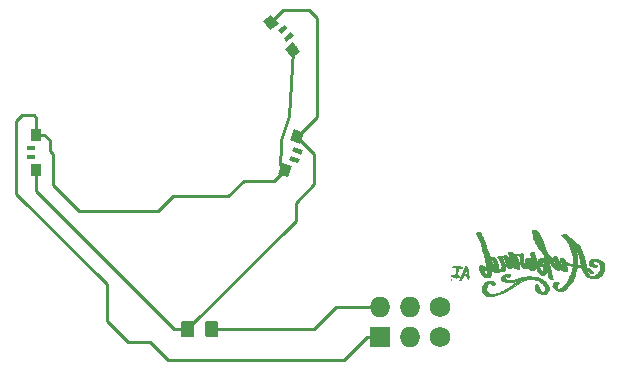
<source format=gbr>
G04 #@! TF.GenerationSoftware,KiCad,Pcbnew,(5.1.2-1)-1*
G04 #@! TF.CreationDate,2019-06-10T18:00:08-04:00*
G04 #@! TF.ProjectId,dc4044,64633430-3434-42e6-9b69-6361645f7063,rev?*
G04 #@! TF.SameCoordinates,Original*
G04 #@! TF.FileFunction,Copper,L2,Bot*
G04 #@! TF.FilePolarity,Positive*
%FSLAX46Y46*%
G04 Gerber Fmt 4.6, Leading zero omitted, Abs format (unit mm)*
G04 Created by KiCad (PCBNEW (5.1.2-1)-1) date 2019-06-10 18:00:08*
%MOMM*%
%LPD*%
G04 APERTURE LIST*
%ADD10C,0.010000*%
%ADD11C,0.900000*%
%ADD12C,0.100000*%
%ADD13C,0.400000*%
%ADD14R,0.800000X0.400000*%
%ADD15R,0.900000X1.000000*%
%ADD16C,1.150000*%
%ADD17C,1.727200*%
%ADD18O,1.727200X1.727200*%
%ADD19R,1.727200X1.727200*%
%ADD20C,0.250000*%
G04 APERTURE END LIST*
D10*
G36*
X174371387Y-120825238D02*
G01*
X174436428Y-120843376D01*
X174467145Y-120877082D01*
X174467006Y-120929405D01*
X174450209Y-120979212D01*
X174421824Y-121029797D01*
X174388565Y-121047130D01*
X174372566Y-121046821D01*
X174330494Y-121056258D01*
X174313255Y-121088574D01*
X174293682Y-121119343D01*
X174264176Y-121112457D01*
X174229723Y-121069877D01*
X174219861Y-121051812D01*
X174186184Y-121004658D01*
X174158504Y-120980414D01*
X174117337Y-120976237D01*
X174073191Y-121003312D01*
X174034948Y-121052252D01*
X174011491Y-121113671D01*
X174008260Y-121139163D01*
X174008823Y-121176832D01*
X174020078Y-121204418D01*
X174049843Y-121229950D01*
X174105934Y-121261452D01*
X174148304Y-121282959D01*
X174222424Y-121317868D01*
X174286315Y-121340347D01*
X174354931Y-121353876D01*
X174443229Y-121361934D01*
X174501228Y-121365086D01*
X174599432Y-121369005D01*
X174669000Y-121368024D01*
X174723539Y-121359946D01*
X174776662Y-121342573D01*
X174841978Y-121313708D01*
X174853878Y-121308153D01*
X174885984Y-121295584D01*
X175348900Y-121295584D01*
X175359484Y-121306167D01*
X175370067Y-121295584D01*
X175359484Y-121285000D01*
X175348900Y-121295584D01*
X174885984Y-121295584D01*
X174927169Y-121279461D01*
X175033418Y-121245306D01*
X175163949Y-121207876D01*
X175310083Y-121169359D01*
X175463143Y-121131944D01*
X175614451Y-121097818D01*
X175755330Y-121069170D01*
X175877103Y-121048188D01*
X175895411Y-121045523D01*
X175974088Y-121039721D01*
X176077693Y-121039614D01*
X176197638Y-121044397D01*
X176325332Y-121053267D01*
X176452184Y-121065421D01*
X176569604Y-121080053D01*
X176669001Y-121096362D01*
X176741786Y-121113544D01*
X176775822Y-121127883D01*
X176823576Y-121151672D01*
X176854316Y-121158000D01*
X176889869Y-121169288D01*
X176946308Y-121198610D01*
X176999850Y-121232049D01*
X177059997Y-121268892D01*
X177107135Y-121291145D01*
X177128977Y-121294300D01*
X177146946Y-121298061D01*
X177148067Y-121304918D01*
X177165243Y-121324669D01*
X177180562Y-121327334D01*
X177220902Y-121337916D01*
X177270520Y-121362674D01*
X177326271Y-121405163D01*
X177394103Y-121468515D01*
X177464602Y-121542487D01*
X177528354Y-121616835D01*
X177575946Y-121681314D01*
X177594784Y-121715536D01*
X177626130Y-121777898D01*
X177668147Y-121844219D01*
X177675094Y-121853749D01*
X177722738Y-121950149D01*
X177741085Y-122064612D01*
X177729747Y-122184278D01*
X177688372Y-122296226D01*
X177611515Y-122399751D01*
X177543152Y-122451567D01*
X177499001Y-122474407D01*
X177455428Y-122488937D01*
X177401541Y-122496800D01*
X177326447Y-122499638D01*
X177227283Y-122499198D01*
X177119779Y-122496621D01*
X177042323Y-122490690D01*
X176982649Y-122479290D01*
X176928489Y-122460305D01*
X176884772Y-122440141D01*
X176751774Y-122352737D01*
X176648963Y-122236775D01*
X176578252Y-122095205D01*
X176541550Y-121930972D01*
X176539318Y-121907381D01*
X176534506Y-121834990D01*
X176537459Y-121792465D01*
X176552242Y-121767502D01*
X176582919Y-121747795D01*
X176593942Y-121742044D01*
X176680282Y-121711823D01*
X176750230Y-121717614D01*
X176798207Y-121755959D01*
X176818716Y-121796243D01*
X176846553Y-121865785D01*
X176877333Y-121953162D01*
X176895301Y-122009100D01*
X176942857Y-122144525D01*
X176991901Y-122243651D01*
X177046315Y-122312444D01*
X177109984Y-122356871D01*
X177126472Y-122364323D01*
X177205527Y-122377332D01*
X177278341Y-122353630D01*
X177339115Y-122298838D01*
X177382049Y-122218576D01*
X177401345Y-122118465D01*
X177401860Y-122097418D01*
X177381285Y-121964313D01*
X177323289Y-121831799D01*
X177232676Y-121703534D01*
X177114246Y-121583175D01*
X176972802Y-121474378D01*
X176813145Y-121380801D01*
X176640079Y-121306099D01*
X176458405Y-121253931D01*
X176272924Y-121227951D01*
X176259067Y-121227164D01*
X176130347Y-121226603D01*
X176003949Y-121239542D01*
X175875203Y-121267891D01*
X175739441Y-121313564D01*
X175591995Y-121378471D01*
X175428195Y-121464525D01*
X175243373Y-121573638D01*
X175032860Y-121707721D01*
X174946734Y-121764569D01*
X174721409Y-121913503D01*
X174525851Y-122040319D01*
X174355389Y-122147524D01*
X174205355Y-122237625D01*
X174071078Y-122313126D01*
X173947890Y-122376534D01*
X173831120Y-122430355D01*
X173716100Y-122477095D01*
X173598160Y-122519261D01*
X173472630Y-122559358D01*
X173457003Y-122564098D01*
X173309818Y-122605866D01*
X173158751Y-122644011D01*
X173012689Y-122676677D01*
X172880518Y-122702008D01*
X172771123Y-122718150D01*
X172694828Y-122723267D01*
X172628671Y-122715861D01*
X172542826Y-122697626D01*
X172465987Y-122675642D01*
X172334098Y-122621250D01*
X172233590Y-122551773D01*
X172154074Y-122459016D01*
X172119382Y-122402140D01*
X172085937Y-122335649D01*
X172067460Y-122276856D01*
X172060034Y-122208095D01*
X172059450Y-122131667D01*
X172077395Y-121956960D01*
X172128698Y-121804008D01*
X172216555Y-121664860D01*
X172273275Y-121599983D01*
X172385028Y-121503858D01*
X172508432Y-121441288D01*
X172652048Y-121408840D01*
X172766567Y-121402224D01*
X172886502Y-121409544D01*
X172979298Y-121436962D01*
X173057646Y-121490241D01*
X173126910Y-121565833D01*
X173174232Y-121630051D01*
X173191934Y-121674380D01*
X173177060Y-121706727D01*
X173126656Y-121735000D01*
X173053702Y-121761725D01*
X172937943Y-121801073D01*
X172821772Y-121691203D01*
X172760027Y-121637847D01*
X172704671Y-121598786D01*
X172666576Y-121581573D01*
X172663542Y-121581334D01*
X172618110Y-121599901D01*
X172566718Y-121649348D01*
X172516484Y-121720294D01*
X172474527Y-121803356D01*
X172456587Y-121854079D01*
X172429924Y-122008221D01*
X172440388Y-122151262D01*
X172484781Y-122278675D01*
X172559910Y-122385935D01*
X172662578Y-122468515D01*
X172789589Y-122521891D01*
X172937748Y-122541536D01*
X172941995Y-122541557D01*
X173048768Y-122532116D01*
X173181993Y-122505611D01*
X173330919Y-122465174D01*
X173484795Y-122413939D01*
X173632870Y-122355041D01*
X173719067Y-122315050D01*
X173781156Y-122283843D01*
X173839161Y-122253463D01*
X173897833Y-122220987D01*
X173961921Y-122183493D01*
X174036176Y-122138059D01*
X174125347Y-122081764D01*
X174234186Y-122011686D01*
X174367441Y-121924903D01*
X174529863Y-121818492D01*
X174582709Y-121783800D01*
X174712555Y-121698895D01*
X174841520Y-121615212D01*
X174961757Y-121537795D01*
X175065423Y-121471686D01*
X175144672Y-121421928D01*
X175167186Y-121408092D01*
X175248576Y-121356428D01*
X175292149Y-121323619D01*
X175297977Y-121309841D01*
X175266132Y-121315271D01*
X175196683Y-121340086D01*
X175147817Y-121359844D01*
X174933685Y-121431058D01*
X174698570Y-121474893D01*
X174437355Y-121492130D01*
X174290567Y-121490874D01*
X174104181Y-121480863D01*
X173956048Y-121463078D01*
X173842673Y-121436774D01*
X173760563Y-121401203D01*
X173717900Y-121368500D01*
X173687891Y-121312538D01*
X173676859Y-121233103D01*
X173685167Y-121144747D01*
X173710410Y-121067649D01*
X173764616Y-120996971D01*
X173851820Y-120932878D01*
X173962759Y-120879485D01*
X174088169Y-120840908D01*
X174218788Y-120821265D01*
X174268556Y-120819623D01*
X174371387Y-120825238D01*
X174371387Y-120825238D01*
G37*
X174371387Y-120825238D02*
X174436428Y-120843376D01*
X174467145Y-120877082D01*
X174467006Y-120929405D01*
X174450209Y-120979212D01*
X174421824Y-121029797D01*
X174388565Y-121047130D01*
X174372566Y-121046821D01*
X174330494Y-121056258D01*
X174313255Y-121088574D01*
X174293682Y-121119343D01*
X174264176Y-121112457D01*
X174229723Y-121069877D01*
X174219861Y-121051812D01*
X174186184Y-121004658D01*
X174158504Y-120980414D01*
X174117337Y-120976237D01*
X174073191Y-121003312D01*
X174034948Y-121052252D01*
X174011491Y-121113671D01*
X174008260Y-121139163D01*
X174008823Y-121176832D01*
X174020078Y-121204418D01*
X174049843Y-121229950D01*
X174105934Y-121261452D01*
X174148304Y-121282959D01*
X174222424Y-121317868D01*
X174286315Y-121340347D01*
X174354931Y-121353876D01*
X174443229Y-121361934D01*
X174501228Y-121365086D01*
X174599432Y-121369005D01*
X174669000Y-121368024D01*
X174723539Y-121359946D01*
X174776662Y-121342573D01*
X174841978Y-121313708D01*
X174853878Y-121308153D01*
X174885984Y-121295584D01*
X175348900Y-121295584D01*
X175359484Y-121306167D01*
X175370067Y-121295584D01*
X175359484Y-121285000D01*
X175348900Y-121295584D01*
X174885984Y-121295584D01*
X174927169Y-121279461D01*
X175033418Y-121245306D01*
X175163949Y-121207876D01*
X175310083Y-121169359D01*
X175463143Y-121131944D01*
X175614451Y-121097818D01*
X175755330Y-121069170D01*
X175877103Y-121048188D01*
X175895411Y-121045523D01*
X175974088Y-121039721D01*
X176077693Y-121039614D01*
X176197638Y-121044397D01*
X176325332Y-121053267D01*
X176452184Y-121065421D01*
X176569604Y-121080053D01*
X176669001Y-121096362D01*
X176741786Y-121113544D01*
X176775822Y-121127883D01*
X176823576Y-121151672D01*
X176854316Y-121158000D01*
X176889869Y-121169288D01*
X176946308Y-121198610D01*
X176999850Y-121232049D01*
X177059997Y-121268892D01*
X177107135Y-121291145D01*
X177128977Y-121294300D01*
X177146946Y-121298061D01*
X177148067Y-121304918D01*
X177165243Y-121324669D01*
X177180562Y-121327334D01*
X177220902Y-121337916D01*
X177270520Y-121362674D01*
X177326271Y-121405163D01*
X177394103Y-121468515D01*
X177464602Y-121542487D01*
X177528354Y-121616835D01*
X177575946Y-121681314D01*
X177594784Y-121715536D01*
X177626130Y-121777898D01*
X177668147Y-121844219D01*
X177675094Y-121853749D01*
X177722738Y-121950149D01*
X177741085Y-122064612D01*
X177729747Y-122184278D01*
X177688372Y-122296226D01*
X177611515Y-122399751D01*
X177543152Y-122451567D01*
X177499001Y-122474407D01*
X177455428Y-122488937D01*
X177401541Y-122496800D01*
X177326447Y-122499638D01*
X177227283Y-122499198D01*
X177119779Y-122496621D01*
X177042323Y-122490690D01*
X176982649Y-122479290D01*
X176928489Y-122460305D01*
X176884772Y-122440141D01*
X176751774Y-122352737D01*
X176648963Y-122236775D01*
X176578252Y-122095205D01*
X176541550Y-121930972D01*
X176539318Y-121907381D01*
X176534506Y-121834990D01*
X176537459Y-121792465D01*
X176552242Y-121767502D01*
X176582919Y-121747795D01*
X176593942Y-121742044D01*
X176680282Y-121711823D01*
X176750230Y-121717614D01*
X176798207Y-121755959D01*
X176818716Y-121796243D01*
X176846553Y-121865785D01*
X176877333Y-121953162D01*
X176895301Y-122009100D01*
X176942857Y-122144525D01*
X176991901Y-122243651D01*
X177046315Y-122312444D01*
X177109984Y-122356871D01*
X177126472Y-122364323D01*
X177205527Y-122377332D01*
X177278341Y-122353630D01*
X177339115Y-122298838D01*
X177382049Y-122218576D01*
X177401345Y-122118465D01*
X177401860Y-122097418D01*
X177381285Y-121964313D01*
X177323289Y-121831799D01*
X177232676Y-121703534D01*
X177114246Y-121583175D01*
X176972802Y-121474378D01*
X176813145Y-121380801D01*
X176640079Y-121306099D01*
X176458405Y-121253931D01*
X176272924Y-121227951D01*
X176259067Y-121227164D01*
X176130347Y-121226603D01*
X176003949Y-121239542D01*
X175875203Y-121267891D01*
X175739441Y-121313564D01*
X175591995Y-121378471D01*
X175428195Y-121464525D01*
X175243373Y-121573638D01*
X175032860Y-121707721D01*
X174946734Y-121764569D01*
X174721409Y-121913503D01*
X174525851Y-122040319D01*
X174355389Y-122147524D01*
X174205355Y-122237625D01*
X174071078Y-122313126D01*
X173947890Y-122376534D01*
X173831120Y-122430355D01*
X173716100Y-122477095D01*
X173598160Y-122519261D01*
X173472630Y-122559358D01*
X173457003Y-122564098D01*
X173309818Y-122605866D01*
X173158751Y-122644011D01*
X173012689Y-122676677D01*
X172880518Y-122702008D01*
X172771123Y-122718150D01*
X172694828Y-122723267D01*
X172628671Y-122715861D01*
X172542826Y-122697626D01*
X172465987Y-122675642D01*
X172334098Y-122621250D01*
X172233590Y-122551773D01*
X172154074Y-122459016D01*
X172119382Y-122402140D01*
X172085937Y-122335649D01*
X172067460Y-122276856D01*
X172060034Y-122208095D01*
X172059450Y-122131667D01*
X172077395Y-121956960D01*
X172128698Y-121804008D01*
X172216555Y-121664860D01*
X172273275Y-121599983D01*
X172385028Y-121503858D01*
X172508432Y-121441288D01*
X172652048Y-121408840D01*
X172766567Y-121402224D01*
X172886502Y-121409544D01*
X172979298Y-121436962D01*
X173057646Y-121490241D01*
X173126910Y-121565833D01*
X173174232Y-121630051D01*
X173191934Y-121674380D01*
X173177060Y-121706727D01*
X173126656Y-121735000D01*
X173053702Y-121761725D01*
X172937943Y-121801073D01*
X172821772Y-121691203D01*
X172760027Y-121637847D01*
X172704671Y-121598786D01*
X172666576Y-121581573D01*
X172663542Y-121581334D01*
X172618110Y-121599901D01*
X172566718Y-121649348D01*
X172516484Y-121720294D01*
X172474527Y-121803356D01*
X172456587Y-121854079D01*
X172429924Y-122008221D01*
X172440388Y-122151262D01*
X172484781Y-122278675D01*
X172559910Y-122385935D01*
X172662578Y-122468515D01*
X172789589Y-122521891D01*
X172937748Y-122541536D01*
X172941995Y-122541557D01*
X173048768Y-122532116D01*
X173181993Y-122505611D01*
X173330919Y-122465174D01*
X173484795Y-122413939D01*
X173632870Y-122355041D01*
X173719067Y-122315050D01*
X173781156Y-122283843D01*
X173839161Y-122253463D01*
X173897833Y-122220987D01*
X173961921Y-122183493D01*
X174036176Y-122138059D01*
X174125347Y-122081764D01*
X174234186Y-122011686D01*
X174367441Y-121924903D01*
X174529863Y-121818492D01*
X174582709Y-121783800D01*
X174712555Y-121698895D01*
X174841520Y-121615212D01*
X174961757Y-121537795D01*
X175065423Y-121471686D01*
X175144672Y-121421928D01*
X175167186Y-121408092D01*
X175248576Y-121356428D01*
X175292149Y-121323619D01*
X175297977Y-121309841D01*
X175266132Y-121315271D01*
X175196683Y-121340086D01*
X175147817Y-121359844D01*
X174933685Y-121431058D01*
X174698570Y-121474893D01*
X174437355Y-121492130D01*
X174290567Y-121490874D01*
X174104181Y-121480863D01*
X173956048Y-121463078D01*
X173842673Y-121436774D01*
X173760563Y-121401203D01*
X173717900Y-121368500D01*
X173687891Y-121312538D01*
X173676859Y-121233103D01*
X173685167Y-121144747D01*
X173710410Y-121067649D01*
X173764616Y-120996971D01*
X173851820Y-120932878D01*
X173962759Y-120879485D01*
X174088169Y-120840908D01*
X174218788Y-120821265D01*
X174268556Y-120819623D01*
X174371387Y-120825238D01*
G36*
X176508794Y-117077064D02*
G01*
X176585755Y-117083753D01*
X176635943Y-117096230D01*
X176674907Y-117121362D01*
X176718193Y-117166017D01*
X176723374Y-117171838D01*
X176778275Y-117241863D01*
X176834353Y-117325891D01*
X176860947Y-117371695D01*
X176903056Y-117444709D01*
X176946148Y-117511310D01*
X176970098Y-117543574D01*
X177002019Y-117591235D01*
X177044628Y-117666789D01*
X177092426Y-117759012D01*
X177139912Y-117856683D01*
X177181584Y-117948579D01*
X177211944Y-118023477D01*
X177223896Y-118061379D01*
X177237793Y-118110885D01*
X177261289Y-118184452D01*
X177289373Y-118266411D01*
X177290204Y-118268750D01*
X177321317Y-118359173D01*
X177350810Y-118449709D01*
X177370850Y-118515820D01*
X177391715Y-118583180D01*
X177411860Y-118638220D01*
X177418710Y-118653404D01*
X177434219Y-118698021D01*
X177449063Y-118763067D01*
X177453034Y-118786434D01*
X177486553Y-118920981D01*
X177546183Y-119041457D01*
X177636544Y-119154521D01*
X177762261Y-119266830D01*
X177813607Y-119305827D01*
X177918184Y-119391552D01*
X177994233Y-119478604D01*
X178051002Y-119580338D01*
X178097740Y-119710109D01*
X178100900Y-119720671D01*
X178125792Y-119799194D01*
X178149046Y-119863095D01*
X178166198Y-119900266D01*
X178168098Y-119902948D01*
X178180925Y-119934834D01*
X178178487Y-119945292D01*
X178184067Y-119970637D01*
X178210825Y-120012808D01*
X178221006Y-120025594D01*
X178273915Y-120089084D01*
X178260063Y-119972667D01*
X178246017Y-119896932D01*
X178221120Y-119799958D01*
X178190144Y-119699850D01*
X178181967Y-119676334D01*
X178140516Y-119550758D01*
X178118510Y-119457996D01*
X178115707Y-119393386D01*
X178131866Y-119352263D01*
X178164092Y-119330869D01*
X178240713Y-119322101D01*
X178323286Y-119340437D01*
X178395309Y-119380108D01*
X178435660Y-119425840D01*
X178465012Y-119477266D01*
X178507223Y-119548717D01*
X178550496Y-119620354D01*
X178601073Y-119706196D01*
X178658540Y-119808372D01*
X178710812Y-119905373D01*
X178712793Y-119909167D01*
X178755525Y-119988265D01*
X178795319Y-120057017D01*
X178825078Y-120103291D01*
X178830385Y-120110250D01*
X178852812Y-120135195D01*
X178859831Y-120130198D01*
X178855109Y-120089918D01*
X178853084Y-120077192D01*
X178839170Y-120023339D01*
X178812539Y-119944932D01*
X178778065Y-119855921D01*
X178764340Y-119823192D01*
X178711943Y-119691549D01*
X178682716Y-119591991D01*
X178676979Y-119520963D01*
X178695052Y-119474913D01*
X178737254Y-119450288D01*
X178798500Y-119443500D01*
X178901369Y-119452765D01*
X178973396Y-119483558D01*
X179022498Y-119540382D01*
X179041602Y-119581721D01*
X179112394Y-119710450D01*
X179216635Y-119822936D01*
X179346855Y-119913796D01*
X179495588Y-119977645D01*
X179631009Y-120006659D01*
X179751567Y-120020829D01*
X179750907Y-119748039D01*
X179738405Y-119424348D01*
X179701718Y-119130660D01*
X179639597Y-118861399D01*
X179550792Y-118610987D01*
X179513708Y-118534344D01*
X179918769Y-118534344D01*
X179920964Y-118566307D01*
X179934274Y-118619252D01*
X179956049Y-118684160D01*
X179983640Y-118752011D01*
X180011453Y-118808500D01*
X180033836Y-118854949D01*
X180050773Y-118906831D01*
X180064000Y-118973105D01*
X180075256Y-119062729D01*
X180086278Y-119184663D01*
X180087611Y-119201189D01*
X180097088Y-119342664D01*
X180104773Y-119501143D01*
X180109818Y-119656168D01*
X180111400Y-119774692D01*
X180111400Y-120050757D01*
X180243692Y-120084025D01*
X180337539Y-120106446D01*
X180397923Y-120116670D01*
X180432018Y-120114362D01*
X180446999Y-120099188D01*
X180450067Y-120074424D01*
X180444753Y-120031927D01*
X180430071Y-119956310D01*
X180407913Y-119855261D01*
X180380169Y-119736467D01*
X180348730Y-119607617D01*
X180315486Y-119476400D01*
X180282330Y-119350502D01*
X180251150Y-119237613D01*
X180223839Y-119145421D01*
X180214208Y-119115417D01*
X180181254Y-119025773D01*
X180138632Y-118923666D01*
X180090591Y-118817817D01*
X180041376Y-118716948D01*
X179995234Y-118629782D01*
X179956413Y-118565041D01*
X179930339Y-118532384D01*
X179918769Y-118534344D01*
X179513708Y-118534344D01*
X179449492Y-118401627D01*
X179403477Y-118317614D01*
X179347777Y-118216058D01*
X179293115Y-118116507D01*
X179283723Y-118099417D01*
X179236046Y-118021840D01*
X179177097Y-117939284D01*
X179113330Y-117859285D01*
X179051198Y-117789379D01*
X178997154Y-117737100D01*
X178957652Y-117709985D01*
X178948384Y-117707834D01*
X178913267Y-117692682D01*
X178868017Y-117656087D01*
X178826173Y-117611341D01*
X178801274Y-117571737D01*
X178799067Y-117561256D01*
X178812038Y-117535487D01*
X178855125Y-117511799D01*
X178925747Y-117489054D01*
X179022901Y-117464702D01*
X179094124Y-117457438D01*
X179153387Y-117470217D01*
X179214664Y-117505996D01*
X179289987Y-117566097D01*
X179354412Y-117619121D01*
X179442743Y-117690225D01*
X179545312Y-117771706D01*
X179652450Y-117855857D01*
X179701896Y-117894343D01*
X179882304Y-118039200D01*
X180030641Y-118170176D01*
X180152249Y-118293206D01*
X180252468Y-118414223D01*
X180336639Y-118539161D01*
X180410103Y-118673953D01*
X180417830Y-118689783D01*
X180472760Y-118806659D01*
X180519700Y-118915076D01*
X180560984Y-119022424D01*
X180598946Y-119136091D01*
X180635919Y-119263467D01*
X180674237Y-119411939D01*
X180716233Y-119588898D01*
X180752818Y-119750435D01*
X180864092Y-120248511D01*
X181000511Y-120313027D01*
X181091913Y-120362499D01*
X181188421Y-120425209D01*
X181283197Y-120495424D01*
X181369408Y-120567410D01*
X181440219Y-120635433D01*
X181488795Y-120693759D01*
X181508300Y-120736656D01*
X181508400Y-120739074D01*
X181491525Y-120769145D01*
X181446179Y-120779872D01*
X181380284Y-120773540D01*
X181301758Y-120752435D01*
X181218523Y-120718840D01*
X181138498Y-120675043D01*
X181069605Y-120623327D01*
X181053450Y-120607803D01*
X181005010Y-120561235D01*
X180967283Y-120530433D01*
X180952700Y-120523000D01*
X180951011Y-120539346D01*
X180967651Y-120582730D01*
X180997919Y-120644669D01*
X181037110Y-120716684D01*
X181080521Y-120790293D01*
X181123449Y-120857014D01*
X181161191Y-120908366D01*
X181175119Y-120924089D01*
X181250411Y-120988191D01*
X181327761Y-121021211D01*
X181425447Y-121030791D01*
X181430403Y-121030793D01*
X181555534Y-121010249D01*
X181677737Y-120952755D01*
X181792010Y-120863643D01*
X181893348Y-120748245D01*
X181976749Y-120611894D01*
X182037211Y-120459921D01*
X182061303Y-120358372D01*
X182070754Y-120201810D01*
X182041177Y-120061593D01*
X181972473Y-119937493D01*
X181864544Y-119829287D01*
X181813926Y-119792754D01*
X181718297Y-119735213D01*
X181645955Y-119707131D01*
X181590696Y-119707591D01*
X181546318Y-119735679D01*
X181532693Y-119751251D01*
X181491541Y-119831528D01*
X181488853Y-119911203D01*
X181521274Y-119983110D01*
X181585446Y-120040078D01*
X181678013Y-120074939D01*
X181684871Y-120076258D01*
X181768806Y-120096928D01*
X181812517Y-120121892D01*
X181818024Y-120152753D01*
X181805943Y-120172293D01*
X181752003Y-120205517D01*
X181659681Y-120221747D01*
X181529391Y-120220925D01*
X181476707Y-120216770D01*
X181349989Y-120195747D01*
X181253125Y-120156454D01*
X181175727Y-120093763D01*
X181139930Y-120050490D01*
X181103148Y-119970875D01*
X181093709Y-119879115D01*
X181111187Y-119790987D01*
X181148567Y-119728896D01*
X181253155Y-119646566D01*
X181383773Y-119590966D01*
X181533101Y-119562747D01*
X181693822Y-119562559D01*
X181858617Y-119591054D01*
X182020167Y-119648884D01*
X182024593Y-119650941D01*
X182177992Y-119739066D01*
X182293527Y-119843601D01*
X182373581Y-119967832D01*
X182420536Y-120115044D01*
X182433762Y-120215088D01*
X182437436Y-120291006D01*
X182434113Y-120356990D01*
X182421654Y-120426640D01*
X182397922Y-120513555D01*
X182375553Y-120585393D01*
X182338493Y-120694594D01*
X182303945Y-120776264D01*
X182264799Y-120844098D01*
X182213949Y-120911792D01*
X182193349Y-120936482D01*
X182093663Y-121037354D01*
X181985120Y-121112132D01*
X181862572Y-121161986D01*
X181720868Y-121188085D01*
X181554858Y-121191597D01*
X181359394Y-121173691D01*
X181233234Y-121154419D01*
X181091464Y-121118967D01*
X180968062Y-121061861D01*
X180859312Y-120979296D01*
X180761498Y-120867467D01*
X180670902Y-120722568D01*
X180583810Y-120540792D01*
X180547042Y-120451679D01*
X180480889Y-120285109D01*
X180354353Y-120245124D01*
X180275917Y-120224374D01*
X180204098Y-120212118D01*
X180165273Y-120210611D01*
X180130099Y-120216733D01*
X180108434Y-120234181D01*
X180093651Y-120273162D01*
X180079269Y-120343084D01*
X180062144Y-120426460D01*
X180043196Y-120505057D01*
X180032024Y-120544167D01*
X179986284Y-120693422D01*
X179956487Y-120806437D01*
X179942928Y-120882052D01*
X179942067Y-120898257D01*
X179932468Y-120951793D01*
X179908796Y-121016099D01*
X179902991Y-121028118D01*
X179876954Y-121079583D01*
X179837952Y-121156893D01*
X179792024Y-121248066D01*
X179760116Y-121311480D01*
X179665263Y-121481431D01*
X179554247Y-121649283D01*
X179432657Y-121808545D01*
X179306082Y-121952723D01*
X179180109Y-122075324D01*
X179060329Y-122169855D01*
X178980639Y-122217098D01*
X178869171Y-122265296D01*
X178775047Y-122287791D01*
X178683300Y-122286233D01*
X178578964Y-122262272D01*
X178576817Y-122261627D01*
X178400415Y-122199405D01*
X178256841Y-122129548D01*
X178148914Y-122053799D01*
X178079454Y-121973905D01*
X178064471Y-121944613D01*
X178038828Y-121838257D01*
X178044719Y-121729644D01*
X178078767Y-121629059D01*
X178137595Y-121546783D01*
X178211937Y-121495559D01*
X178285478Y-121478704D01*
X178371960Y-121480857D01*
X178459289Y-121498922D01*
X178535371Y-121529802D01*
X178588113Y-121570404D01*
X178602738Y-121595598D01*
X178590467Y-121617629D01*
X178550657Y-121642365D01*
X178543361Y-121645540D01*
X178473972Y-121691709D01*
X178426794Y-121757694D01*
X178401519Y-121834863D01*
X178397836Y-121914585D01*
X178415437Y-121988230D01*
X178454011Y-122047168D01*
X178513250Y-122082766D01*
X178559279Y-122089334D01*
X178630302Y-122081496D01*
X178701447Y-122055377D01*
X178778970Y-122007067D01*
X178869126Y-121932655D01*
X178978170Y-121828231D01*
X178980081Y-121826317D01*
X179130103Y-121665145D01*
X179256572Y-121503470D01*
X179366501Y-121330442D01*
X179466901Y-121135208D01*
X179549239Y-120945535D01*
X179577251Y-120870677D01*
X179609783Y-120774342D01*
X179644181Y-120665578D01*
X179677793Y-120553429D01*
X179707966Y-120446942D01*
X179732046Y-120355163D01*
X179747379Y-120287138D01*
X179751567Y-120255709D01*
X179744158Y-120210908D01*
X179717861Y-120176125D01*
X179666566Y-120147742D01*
X179584166Y-120122140D01*
X179490328Y-120100937D01*
X179364281Y-120079036D01*
X179275988Y-120073487D01*
X179224076Y-120084473D01*
X179207175Y-120112182D01*
X179213896Y-120138332D01*
X179224704Y-120181863D01*
X179232833Y-120251122D01*
X179237978Y-120334369D01*
X179239833Y-120419863D01*
X179238092Y-120495864D01*
X179232448Y-120550632D01*
X179225170Y-120571030D01*
X179190709Y-120583309D01*
X179128501Y-120588493D01*
X179052473Y-120586940D01*
X178976550Y-120579008D01*
X178914658Y-120565056D01*
X178908532Y-120562880D01*
X178843775Y-120525353D01*
X178772936Y-120464817D01*
X178710752Y-120395125D01*
X178680301Y-120348375D01*
X178648394Y-120301381D01*
X178624812Y-120295575D01*
X178611233Y-120330340D01*
X178608567Y-120374834D01*
X178608567Y-120459500D01*
X178455109Y-120459389D01*
X178350982Y-120454586D01*
X178278767Y-120439249D01*
X178243664Y-120422347D01*
X178171000Y-120360035D01*
X178089080Y-120261319D01*
X178000761Y-120130358D01*
X177908901Y-119971312D01*
X177835613Y-119828352D01*
X177784753Y-119726101D01*
X177739431Y-119638804D01*
X177703153Y-119572920D01*
X177679425Y-119534909D01*
X177672646Y-119528167D01*
X177657808Y-119545025D01*
X177658457Y-119585605D01*
X177672952Y-119634919D01*
X177687316Y-119662015D01*
X177710658Y-119719627D01*
X177717906Y-119772396D01*
X177724218Y-119879672D01*
X177748047Y-119988748D01*
X177777907Y-120078500D01*
X177800301Y-120149276D01*
X177826448Y-120246775D01*
X177852506Y-120356076D01*
X177867852Y-120427750D01*
X177892364Y-120543283D01*
X177923362Y-120681727D01*
X177956723Y-120825010D01*
X177985901Y-120945332D01*
X178010749Y-121049239D01*
X178030075Y-121137880D01*
X178042329Y-121203495D01*
X178045961Y-121238323D01*
X178045084Y-121241665D01*
X178019013Y-121247998D01*
X177964712Y-121251722D01*
X177921577Y-121252182D01*
X177820354Y-121240395D01*
X177746621Y-121209097D01*
X177705415Y-121161140D01*
X177698400Y-121125840D01*
X177693785Y-121079514D01*
X177681444Y-121004774D01*
X177663636Y-120912106D01*
X177642621Y-120811994D01*
X177620656Y-120714923D01*
X177600000Y-120631378D01*
X177582912Y-120571844D01*
X177574425Y-120550324D01*
X177559900Y-120533526D01*
X177544361Y-120543368D01*
X177522336Y-120585273D01*
X177509404Y-120614741D01*
X177484555Y-120675978D01*
X177468668Y-120721406D01*
X177465567Y-120735426D01*
X177449514Y-120791586D01*
X177409933Y-120850522D01*
X177359686Y-120893382D01*
X177356664Y-120895004D01*
X177276717Y-120918687D01*
X177178447Y-120923366D01*
X177081241Y-120909276D01*
X177029607Y-120891029D01*
X176965979Y-120844310D01*
X176897124Y-120766970D01*
X176829023Y-120669210D01*
X176767656Y-120561230D01*
X176719003Y-120453233D01*
X176689045Y-120355420D01*
X176682400Y-120298777D01*
X176677867Y-120250587D01*
X176666760Y-120227110D01*
X176664810Y-120226667D01*
X176643168Y-120210024D01*
X176618671Y-120173322D01*
X176593852Y-120139359D01*
X176573639Y-120141580D01*
X176556814Y-120181838D01*
X176542158Y-120261984D01*
X176537742Y-120296228D01*
X176519576Y-120399403D01*
X176490938Y-120467008D01*
X176446151Y-120505533D01*
X176379539Y-120521468D01*
X176339402Y-120523000D01*
X176228214Y-120509867D01*
X176139541Y-120466542D01*
X176061655Y-120387139D01*
X176057275Y-120381373D01*
X176009324Y-120320597D01*
X175975360Y-120290680D01*
X175945453Y-120287553D01*
X175909671Y-120307146D01*
X175897558Y-120315919D01*
X175854729Y-120340804D01*
X175804810Y-120351613D01*
X175732354Y-120351136D01*
X175710482Y-120349695D01*
X175629283Y-120340064D01*
X175573764Y-120321548D01*
X175527366Y-120288105D01*
X175518212Y-120279563D01*
X175478364Y-120236011D01*
X175456294Y-120201449D01*
X175454734Y-120194646D01*
X175440512Y-120164975D01*
X175405806Y-120124672D01*
X175401155Y-120120211D01*
X175354222Y-120054399D01*
X175317169Y-119961800D01*
X175294386Y-119857604D01*
X175290264Y-119757000D01*
X175291707Y-119741590D01*
X175295043Y-119670104D01*
X175292733Y-119577257D01*
X175285602Y-119486548D01*
X175268079Y-119381288D01*
X175239658Y-119311756D01*
X175195039Y-119271719D01*
X175128920Y-119254943D01*
X175087264Y-119253324D01*
X175019111Y-119255989D01*
X174978216Y-119267354D01*
X174963340Y-119293389D01*
X174973247Y-119340060D01*
X175006699Y-119413339D01*
X175040610Y-119478305D01*
X175086677Y-119571966D01*
X175126269Y-119665311D01*
X175153411Y-119743695D01*
X175160241Y-119771584D01*
X175179339Y-119850784D01*
X175203972Y-119925550D01*
X175213741Y-119948609D01*
X175230837Y-120007692D01*
X175240061Y-120087302D01*
X175241780Y-120175493D01*
X175236363Y-120260317D01*
X175224180Y-120329828D01*
X175205598Y-120372080D01*
X175200536Y-120376633D01*
X175157048Y-120387837D01*
X175087284Y-120388159D01*
X175005394Y-120379280D01*
X174925529Y-120362879D01*
X174861838Y-120340637D01*
X174851504Y-120335186D01*
X174801053Y-120294877D01*
X174747727Y-120236035D01*
X174728214Y-120209346D01*
X174684867Y-120152923D01*
X174654325Y-120135650D01*
X174632840Y-120157715D01*
X174617480Y-120214878D01*
X174599472Y-120265974D01*
X174563315Y-120295691D01*
X174500110Y-120308942D01*
X174443345Y-120311044D01*
X174337945Y-120293255D01*
X174232018Y-120243779D01*
X174162209Y-120190207D01*
X174122829Y-120145462D01*
X174104248Y-120097075D01*
X174099153Y-120025956D01*
X174099150Y-120025652D01*
X174091414Y-119954217D01*
X174071381Y-119864510D01*
X174042270Y-119765171D01*
X174007302Y-119664845D01*
X173969696Y-119572174D01*
X173932673Y-119495800D01*
X173899453Y-119444366D01*
X173875965Y-119426604D01*
X173827741Y-119435524D01*
X173804992Y-119452567D01*
X173794232Y-119475515D01*
X173796390Y-119510221D01*
X173813326Y-119565482D01*
X173846602Y-119649380D01*
X173884822Y-119734240D01*
X173924388Y-119810651D01*
X173957911Y-119864569D01*
X173963655Y-119871914D01*
X174015180Y-119963665D01*
X174043384Y-120084039D01*
X174047657Y-120225934D01*
X174027387Y-120382245D01*
X174012916Y-120444742D01*
X173989785Y-120514563D01*
X173958029Y-120561364D01*
X173909557Y-120589543D01*
X173836280Y-120603496D01*
X173730106Y-120607623D01*
X173713193Y-120607667D01*
X173607347Y-120609902D01*
X173534710Y-120617456D01*
X173486354Y-120631602D01*
X173466667Y-120642795D01*
X173409976Y-120665987D01*
X173321099Y-120681855D01*
X173266165Y-120686460D01*
X173142741Y-120682913D01*
X173048943Y-120654417D01*
X172978276Y-120598097D01*
X172939954Y-120542140D01*
X172903684Y-120478449D01*
X172879360Y-120444356D01*
X172864742Y-120442475D01*
X172857586Y-120475418D01*
X172855650Y-120545798D01*
X172856465Y-120639417D01*
X172856807Y-120747384D01*
X172853481Y-120823900D01*
X172845026Y-120879791D01*
X172829982Y-120925882D01*
X172812991Y-120961501D01*
X172776476Y-121019930D01*
X172738815Y-121062966D01*
X172725556Y-121072626D01*
X172678020Y-121085187D01*
X172601664Y-121092130D01*
X172509619Y-121093500D01*
X172415016Y-121089345D01*
X172330987Y-121079710D01*
X172290317Y-121071102D01*
X172199884Y-121026813D01*
X172110736Y-120948306D01*
X172027274Y-120843585D01*
X171953899Y-120720649D01*
X171895015Y-120587500D01*
X171855024Y-120452140D01*
X171838327Y-120322570D01*
X171840930Y-120254284D01*
X171854054Y-120178089D01*
X171878080Y-120131099D01*
X171921324Y-120107670D01*
X171992102Y-120102160D01*
X172059842Y-120105741D01*
X172183189Y-120122274D01*
X172276609Y-120153606D01*
X172351317Y-120204569D01*
X172394732Y-120250008D01*
X172433624Y-120314608D01*
X172448583Y-120380129D01*
X172439932Y-120435872D01*
X172407997Y-120471133D01*
X172387845Y-120477242D01*
X172333442Y-120466410D01*
X172286868Y-120425819D01*
X172245610Y-120387795D01*
X172217489Y-120386696D01*
X172214430Y-120389337D01*
X172208784Y-120421777D01*
X172220904Y-120480842D01*
X172246506Y-120557020D01*
X172281306Y-120640797D01*
X172321018Y-120722663D01*
X172361359Y-120793103D01*
X172398044Y-120842607D01*
X172426789Y-120861661D01*
X172427172Y-120861667D01*
X172448013Y-120845371D01*
X172468195Y-120794156D01*
X172489043Y-120704532D01*
X172491404Y-120692334D01*
X172495897Y-120623315D01*
X172491181Y-120520188D01*
X172478361Y-120389901D01*
X172458543Y-120239402D01*
X172432834Y-120075641D01*
X172402340Y-119905565D01*
X172368166Y-119736124D01*
X172334602Y-119588281D01*
X172837551Y-119588281D01*
X172840845Y-119636840D01*
X172860211Y-119708999D01*
X172893827Y-119796469D01*
X172919376Y-119842229D01*
X172959882Y-119901478D01*
X173007630Y-119964474D01*
X173054907Y-120021471D01*
X173093998Y-120062728D01*
X173117111Y-120078500D01*
X173118531Y-120060529D01*
X173113052Y-120020292D01*
X173097845Y-119964768D01*
X173072233Y-119894740D01*
X173061537Y-119869434D01*
X173037065Y-119807880D01*
X173022417Y-119759040D01*
X173020567Y-119745609D01*
X173005851Y-119712261D01*
X172969576Y-119665856D01*
X172923548Y-119618633D01*
X172879574Y-119582835D01*
X172851668Y-119570500D01*
X172837551Y-119588281D01*
X172334602Y-119588281D01*
X172331419Y-119574265D01*
X172293205Y-119426938D01*
X172285871Y-119401167D01*
X172255592Y-119292857D01*
X172224280Y-119175046D01*
X172198241Y-119071508D01*
X172196085Y-119062500D01*
X172092491Y-118684319D01*
X171958414Y-118289736D01*
X171797180Y-117887828D01*
X171639953Y-117544524D01*
X171609526Y-117473734D01*
X171591125Y-117414674D01*
X171588729Y-117380164D01*
X171615909Y-117347777D01*
X171672861Y-117322498D01*
X171764854Y-117302306D01*
X171809069Y-117295687D01*
X171920488Y-117280447D01*
X171964221Y-117383015D01*
X171989901Y-117441310D01*
X172028662Y-117526937D01*
X172075504Y-117628948D01*
X172125430Y-117736396D01*
X172131874Y-117750167D01*
X172183209Y-117860755D01*
X172223474Y-117951149D01*
X172256532Y-118031820D01*
X172286245Y-118113242D01*
X172316478Y-118205885D01*
X172351093Y-118320223D01*
X172385504Y-118437674D01*
X172445225Y-118632310D01*
X172503930Y-118799438D01*
X172567064Y-118953388D01*
X172640075Y-119108490D01*
X172641707Y-119111771D01*
X172679226Y-119191289D01*
X172707825Y-119259883D01*
X172722958Y-119306323D01*
X172724234Y-119315555D01*
X172733307Y-119353394D01*
X172765021Y-119379756D01*
X172826114Y-119398017D01*
X172913824Y-119410539D01*
X173049763Y-119433595D01*
X173148275Y-119469623D01*
X173212591Y-119519807D01*
X173212714Y-119519954D01*
X173242148Y-119566679D01*
X173275555Y-119636014D01*
X173306779Y-119712862D01*
X173329661Y-119782127D01*
X173338067Y-119827323D01*
X173349041Y-119860128D01*
X173362761Y-119866834D01*
X173377966Y-119874437D01*
X173375146Y-119879143D01*
X173373825Y-119905073D01*
X173386916Y-119952118D01*
X173389372Y-119958518D01*
X173405484Y-120039707D01*
X173404759Y-120158632D01*
X173403121Y-120180539D01*
X173396749Y-120264035D01*
X173396953Y-120317128D01*
X173407302Y-120351642D01*
X173431370Y-120379402D01*
X173472726Y-120412231D01*
X173473213Y-120412605D01*
X173547085Y-120453956D01*
X173609503Y-120455177D01*
X173661133Y-120415920D01*
X173702639Y-120335839D01*
X173718684Y-120284573D01*
X173734898Y-120202994D01*
X173736662Y-120122922D01*
X173721985Y-120038204D01*
X173688881Y-119942689D01*
X173635359Y-119830227D01*
X173559431Y-119694666D01*
X173491647Y-119582350D01*
X173375140Y-119393116D01*
X173422448Y-119354808D01*
X173463743Y-119332255D01*
X173524676Y-119320036D01*
X173616152Y-119316016D01*
X173620870Y-119315995D01*
X173711486Y-119312471D01*
X173798256Y-119303779D01*
X173856650Y-119293086D01*
X173973400Y-119265977D01*
X174060027Y-119256338D01*
X174125231Y-119264766D01*
X174177714Y-119291857D01*
X174206439Y-119317039D01*
X174236315Y-119365461D01*
X174247811Y-119438460D01*
X174248234Y-119461386D01*
X174255728Y-119541939D01*
X174279962Y-119591918D01*
X174286942Y-119598970D01*
X174321433Y-119625874D01*
X174338828Y-119634000D01*
X174344458Y-119614471D01*
X174345790Y-119561879D01*
X174343373Y-119485214D01*
X174337755Y-119393468D01*
X174329486Y-119295633D01*
X174319113Y-119200700D01*
X174307405Y-119118967D01*
X174295394Y-119031762D01*
X174299442Y-118977817D01*
X174326017Y-118949158D01*
X174381589Y-118937811D01*
X174456000Y-118935824D01*
X174547203Y-118940808D01*
X174607968Y-118960541D01*
X174649323Y-119001244D01*
X174679433Y-119061883D01*
X174701809Y-119112296D01*
X174725808Y-119137478D01*
X174765899Y-119146183D01*
X174820378Y-119147167D01*
X174883435Y-119143529D01*
X174975599Y-119133632D01*
X175084366Y-119118998D01*
X175194513Y-119101613D01*
X175461827Y-119056058D01*
X175498912Y-119101856D01*
X175533438Y-119165829D01*
X175556799Y-119260476D01*
X175569473Y-119389067D01*
X175571936Y-119554874D01*
X175571130Y-119597727D01*
X175569482Y-119711015D01*
X175571606Y-119792081D01*
X175578554Y-119850948D01*
X175591383Y-119897642D01*
X175606352Y-119932479D01*
X175643143Y-119989819D01*
X175676742Y-120007967D01*
X175705011Y-119990051D01*
X175725815Y-119939199D01*
X175737016Y-119858541D01*
X175736477Y-119751203D01*
X175735944Y-119742765D01*
X175731737Y-119656706D01*
X175734405Y-119600337D01*
X175745839Y-119561307D01*
X175767932Y-119527267D01*
X175769210Y-119525650D01*
X175836761Y-119473200D01*
X175926736Y-119452882D01*
X176029100Y-119465439D01*
X176078635Y-119481078D01*
X176102588Y-119501981D01*
X176110245Y-119541974D01*
X176110884Y-119587191D01*
X176116139Y-119645271D01*
X176130284Y-119722731D01*
X176150863Y-119811150D01*
X176175419Y-119902106D01*
X176201497Y-119987180D01*
X176226640Y-120057950D01*
X176248393Y-120105994D01*
X176264300Y-120122894D01*
X176266749Y-120121618D01*
X176270860Y-120095325D01*
X176270407Y-120035082D01*
X176266107Y-119948942D01*
X176258682Y-119844955D01*
X176248851Y-119731175D01*
X176237332Y-119615653D01*
X176224847Y-119506442D01*
X176212113Y-119411593D01*
X176199852Y-119339160D01*
X176194801Y-119316500D01*
X176177594Y-119248492D01*
X176157140Y-119167949D01*
X176150737Y-119142795D01*
X176137613Y-119067210D01*
X176148660Y-119018429D01*
X176189577Y-118988946D01*
X176266065Y-118971254D01*
X176282767Y-118968912D01*
X176364368Y-118963907D01*
X176420329Y-118976152D01*
X176438286Y-118986013D01*
X176477032Y-119032184D01*
X176508340Y-119108912D01*
X176528537Y-119204590D01*
X176534234Y-119289413D01*
X176542187Y-119355150D01*
X176561662Y-119409283D01*
X176564917Y-119414387D01*
X176586852Y-119454162D01*
X176617905Y-119520959D01*
X176652301Y-119602176D01*
X176661621Y-119625472D01*
X176701099Y-119720119D01*
X176744133Y-119814963D01*
X176782161Y-119891230D01*
X176786170Y-119898584D01*
X176823116Y-119974458D01*
X176862756Y-120069852D01*
X176895071Y-120159893D01*
X176923923Y-120236509D01*
X176963192Y-120324218D01*
X177008347Y-120414742D01*
X177054855Y-120499801D01*
X177098183Y-120571116D01*
X177133799Y-120620410D01*
X177157169Y-120639402D01*
X177157602Y-120639417D01*
X177175743Y-120620789D01*
X177200798Y-120572211D01*
X177228781Y-120504636D01*
X177255708Y-120429020D01*
X177277597Y-120356320D01*
X177290461Y-120297489D01*
X177291924Y-120270086D01*
X177283397Y-120238057D01*
X177260045Y-120218905D01*
X177210964Y-120206266D01*
X177172295Y-120200246D01*
X177095172Y-120182943D01*
X177026263Y-120157124D01*
X177000533Y-120142451D01*
X176944541Y-120082770D01*
X176898487Y-119996546D01*
X176864268Y-119894129D01*
X176843780Y-119785868D01*
X176841336Y-119733703D01*
X177130093Y-119733703D01*
X177137440Y-119791872D01*
X177155032Y-119865331D01*
X177179747Y-119942229D01*
X177208460Y-120010718D01*
X177225422Y-120041459D01*
X177266706Y-120098325D01*
X177297764Y-120117782D01*
X177324116Y-120101716D01*
X177337822Y-120079892D01*
X177360914Y-120009484D01*
X177351329Y-119938617D01*
X177307084Y-119860506D01*
X177255941Y-119799518D01*
X177203527Y-119746852D01*
X177161278Y-119712087D01*
X177137418Y-119701871D01*
X177136115Y-119702673D01*
X177130093Y-119733703D01*
X176841336Y-119733703D01*
X176838918Y-119682113D01*
X176851578Y-119593214D01*
X176883655Y-119529522D01*
X176887517Y-119525422D01*
X176948302Y-119490081D01*
X177036013Y-119471332D01*
X177138182Y-119470279D01*
X177242336Y-119488023D01*
X177258188Y-119492630D01*
X177357726Y-119523419D01*
X177345301Y-119457001D01*
X177332773Y-119403601D01*
X177311634Y-119326261D01*
X177286355Y-119241303D01*
X177285192Y-119237563D01*
X177258838Y-119161743D01*
X177228437Y-119098331D01*
X177186645Y-119035611D01*
X177126119Y-118961865D01*
X177079588Y-118909480D01*
X176992479Y-118806487D01*
X176896297Y-118682157D01*
X176798646Y-118547290D01*
X176707131Y-118412686D01*
X176629358Y-118289144D01*
X176577392Y-118196332D01*
X176522527Y-118075296D01*
X176474115Y-117937719D01*
X176429195Y-117774323D01*
X176394884Y-117623941D01*
X176372788Y-117526561D01*
X176351559Y-117444037D01*
X176333701Y-117385462D01*
X176322282Y-117360416D01*
X176305809Y-117320083D01*
X176302046Y-117256778D01*
X176310032Y-117187592D01*
X176328802Y-117129617D01*
X176335953Y-117117589D01*
X176358706Y-117091022D01*
X176387492Y-117077342D01*
X176434457Y-117073702D01*
X176508794Y-117077064D01*
X176508794Y-117077064D01*
G37*
X176508794Y-117077064D02*
X176585755Y-117083753D01*
X176635943Y-117096230D01*
X176674907Y-117121362D01*
X176718193Y-117166017D01*
X176723374Y-117171838D01*
X176778275Y-117241863D01*
X176834353Y-117325891D01*
X176860947Y-117371695D01*
X176903056Y-117444709D01*
X176946148Y-117511310D01*
X176970098Y-117543574D01*
X177002019Y-117591235D01*
X177044628Y-117666789D01*
X177092426Y-117759012D01*
X177139912Y-117856683D01*
X177181584Y-117948579D01*
X177211944Y-118023477D01*
X177223896Y-118061379D01*
X177237793Y-118110885D01*
X177261289Y-118184452D01*
X177289373Y-118266411D01*
X177290204Y-118268750D01*
X177321317Y-118359173D01*
X177350810Y-118449709D01*
X177370850Y-118515820D01*
X177391715Y-118583180D01*
X177411860Y-118638220D01*
X177418710Y-118653404D01*
X177434219Y-118698021D01*
X177449063Y-118763067D01*
X177453034Y-118786434D01*
X177486553Y-118920981D01*
X177546183Y-119041457D01*
X177636544Y-119154521D01*
X177762261Y-119266830D01*
X177813607Y-119305827D01*
X177918184Y-119391552D01*
X177994233Y-119478604D01*
X178051002Y-119580338D01*
X178097740Y-119710109D01*
X178100900Y-119720671D01*
X178125792Y-119799194D01*
X178149046Y-119863095D01*
X178166198Y-119900266D01*
X178168098Y-119902948D01*
X178180925Y-119934834D01*
X178178487Y-119945292D01*
X178184067Y-119970637D01*
X178210825Y-120012808D01*
X178221006Y-120025594D01*
X178273915Y-120089084D01*
X178260063Y-119972667D01*
X178246017Y-119896932D01*
X178221120Y-119799958D01*
X178190144Y-119699850D01*
X178181967Y-119676334D01*
X178140516Y-119550758D01*
X178118510Y-119457996D01*
X178115707Y-119393386D01*
X178131866Y-119352263D01*
X178164092Y-119330869D01*
X178240713Y-119322101D01*
X178323286Y-119340437D01*
X178395309Y-119380108D01*
X178435660Y-119425840D01*
X178465012Y-119477266D01*
X178507223Y-119548717D01*
X178550496Y-119620354D01*
X178601073Y-119706196D01*
X178658540Y-119808372D01*
X178710812Y-119905373D01*
X178712793Y-119909167D01*
X178755525Y-119988265D01*
X178795319Y-120057017D01*
X178825078Y-120103291D01*
X178830385Y-120110250D01*
X178852812Y-120135195D01*
X178859831Y-120130198D01*
X178855109Y-120089918D01*
X178853084Y-120077192D01*
X178839170Y-120023339D01*
X178812539Y-119944932D01*
X178778065Y-119855921D01*
X178764340Y-119823192D01*
X178711943Y-119691549D01*
X178682716Y-119591991D01*
X178676979Y-119520963D01*
X178695052Y-119474913D01*
X178737254Y-119450288D01*
X178798500Y-119443500D01*
X178901369Y-119452765D01*
X178973396Y-119483558D01*
X179022498Y-119540382D01*
X179041602Y-119581721D01*
X179112394Y-119710450D01*
X179216635Y-119822936D01*
X179346855Y-119913796D01*
X179495588Y-119977645D01*
X179631009Y-120006659D01*
X179751567Y-120020829D01*
X179750907Y-119748039D01*
X179738405Y-119424348D01*
X179701718Y-119130660D01*
X179639597Y-118861399D01*
X179550792Y-118610987D01*
X179513708Y-118534344D01*
X179918769Y-118534344D01*
X179920964Y-118566307D01*
X179934274Y-118619252D01*
X179956049Y-118684160D01*
X179983640Y-118752011D01*
X180011453Y-118808500D01*
X180033836Y-118854949D01*
X180050773Y-118906831D01*
X180064000Y-118973105D01*
X180075256Y-119062729D01*
X180086278Y-119184663D01*
X180087611Y-119201189D01*
X180097088Y-119342664D01*
X180104773Y-119501143D01*
X180109818Y-119656168D01*
X180111400Y-119774692D01*
X180111400Y-120050757D01*
X180243692Y-120084025D01*
X180337539Y-120106446D01*
X180397923Y-120116670D01*
X180432018Y-120114362D01*
X180446999Y-120099188D01*
X180450067Y-120074424D01*
X180444753Y-120031927D01*
X180430071Y-119956310D01*
X180407913Y-119855261D01*
X180380169Y-119736467D01*
X180348730Y-119607617D01*
X180315486Y-119476400D01*
X180282330Y-119350502D01*
X180251150Y-119237613D01*
X180223839Y-119145421D01*
X180214208Y-119115417D01*
X180181254Y-119025773D01*
X180138632Y-118923666D01*
X180090591Y-118817817D01*
X180041376Y-118716948D01*
X179995234Y-118629782D01*
X179956413Y-118565041D01*
X179930339Y-118532384D01*
X179918769Y-118534344D01*
X179513708Y-118534344D01*
X179449492Y-118401627D01*
X179403477Y-118317614D01*
X179347777Y-118216058D01*
X179293115Y-118116507D01*
X179283723Y-118099417D01*
X179236046Y-118021840D01*
X179177097Y-117939284D01*
X179113330Y-117859285D01*
X179051198Y-117789379D01*
X178997154Y-117737100D01*
X178957652Y-117709985D01*
X178948384Y-117707834D01*
X178913267Y-117692682D01*
X178868017Y-117656087D01*
X178826173Y-117611341D01*
X178801274Y-117571737D01*
X178799067Y-117561256D01*
X178812038Y-117535487D01*
X178855125Y-117511799D01*
X178925747Y-117489054D01*
X179022901Y-117464702D01*
X179094124Y-117457438D01*
X179153387Y-117470217D01*
X179214664Y-117505996D01*
X179289987Y-117566097D01*
X179354412Y-117619121D01*
X179442743Y-117690225D01*
X179545312Y-117771706D01*
X179652450Y-117855857D01*
X179701896Y-117894343D01*
X179882304Y-118039200D01*
X180030641Y-118170176D01*
X180152249Y-118293206D01*
X180252468Y-118414223D01*
X180336639Y-118539161D01*
X180410103Y-118673953D01*
X180417830Y-118689783D01*
X180472760Y-118806659D01*
X180519700Y-118915076D01*
X180560984Y-119022424D01*
X180598946Y-119136091D01*
X180635919Y-119263467D01*
X180674237Y-119411939D01*
X180716233Y-119588898D01*
X180752818Y-119750435D01*
X180864092Y-120248511D01*
X181000511Y-120313027D01*
X181091913Y-120362499D01*
X181188421Y-120425209D01*
X181283197Y-120495424D01*
X181369408Y-120567410D01*
X181440219Y-120635433D01*
X181488795Y-120693759D01*
X181508300Y-120736656D01*
X181508400Y-120739074D01*
X181491525Y-120769145D01*
X181446179Y-120779872D01*
X181380284Y-120773540D01*
X181301758Y-120752435D01*
X181218523Y-120718840D01*
X181138498Y-120675043D01*
X181069605Y-120623327D01*
X181053450Y-120607803D01*
X181005010Y-120561235D01*
X180967283Y-120530433D01*
X180952700Y-120523000D01*
X180951011Y-120539346D01*
X180967651Y-120582730D01*
X180997919Y-120644669D01*
X181037110Y-120716684D01*
X181080521Y-120790293D01*
X181123449Y-120857014D01*
X181161191Y-120908366D01*
X181175119Y-120924089D01*
X181250411Y-120988191D01*
X181327761Y-121021211D01*
X181425447Y-121030791D01*
X181430403Y-121030793D01*
X181555534Y-121010249D01*
X181677737Y-120952755D01*
X181792010Y-120863643D01*
X181893348Y-120748245D01*
X181976749Y-120611894D01*
X182037211Y-120459921D01*
X182061303Y-120358372D01*
X182070754Y-120201810D01*
X182041177Y-120061593D01*
X181972473Y-119937493D01*
X181864544Y-119829287D01*
X181813926Y-119792754D01*
X181718297Y-119735213D01*
X181645955Y-119707131D01*
X181590696Y-119707591D01*
X181546318Y-119735679D01*
X181532693Y-119751251D01*
X181491541Y-119831528D01*
X181488853Y-119911203D01*
X181521274Y-119983110D01*
X181585446Y-120040078D01*
X181678013Y-120074939D01*
X181684871Y-120076258D01*
X181768806Y-120096928D01*
X181812517Y-120121892D01*
X181818024Y-120152753D01*
X181805943Y-120172293D01*
X181752003Y-120205517D01*
X181659681Y-120221747D01*
X181529391Y-120220925D01*
X181476707Y-120216770D01*
X181349989Y-120195747D01*
X181253125Y-120156454D01*
X181175727Y-120093763D01*
X181139930Y-120050490D01*
X181103148Y-119970875D01*
X181093709Y-119879115D01*
X181111187Y-119790987D01*
X181148567Y-119728896D01*
X181253155Y-119646566D01*
X181383773Y-119590966D01*
X181533101Y-119562747D01*
X181693822Y-119562559D01*
X181858617Y-119591054D01*
X182020167Y-119648884D01*
X182024593Y-119650941D01*
X182177992Y-119739066D01*
X182293527Y-119843601D01*
X182373581Y-119967832D01*
X182420536Y-120115044D01*
X182433762Y-120215088D01*
X182437436Y-120291006D01*
X182434113Y-120356990D01*
X182421654Y-120426640D01*
X182397922Y-120513555D01*
X182375553Y-120585393D01*
X182338493Y-120694594D01*
X182303945Y-120776264D01*
X182264799Y-120844098D01*
X182213949Y-120911792D01*
X182193349Y-120936482D01*
X182093663Y-121037354D01*
X181985120Y-121112132D01*
X181862572Y-121161986D01*
X181720868Y-121188085D01*
X181554858Y-121191597D01*
X181359394Y-121173691D01*
X181233234Y-121154419D01*
X181091464Y-121118967D01*
X180968062Y-121061861D01*
X180859312Y-120979296D01*
X180761498Y-120867467D01*
X180670902Y-120722568D01*
X180583810Y-120540792D01*
X180547042Y-120451679D01*
X180480889Y-120285109D01*
X180354353Y-120245124D01*
X180275917Y-120224374D01*
X180204098Y-120212118D01*
X180165273Y-120210611D01*
X180130099Y-120216733D01*
X180108434Y-120234181D01*
X180093651Y-120273162D01*
X180079269Y-120343084D01*
X180062144Y-120426460D01*
X180043196Y-120505057D01*
X180032024Y-120544167D01*
X179986284Y-120693422D01*
X179956487Y-120806437D01*
X179942928Y-120882052D01*
X179942067Y-120898257D01*
X179932468Y-120951793D01*
X179908796Y-121016099D01*
X179902991Y-121028118D01*
X179876954Y-121079583D01*
X179837952Y-121156893D01*
X179792024Y-121248066D01*
X179760116Y-121311480D01*
X179665263Y-121481431D01*
X179554247Y-121649283D01*
X179432657Y-121808545D01*
X179306082Y-121952723D01*
X179180109Y-122075324D01*
X179060329Y-122169855D01*
X178980639Y-122217098D01*
X178869171Y-122265296D01*
X178775047Y-122287791D01*
X178683300Y-122286233D01*
X178578964Y-122262272D01*
X178576817Y-122261627D01*
X178400415Y-122199405D01*
X178256841Y-122129548D01*
X178148914Y-122053799D01*
X178079454Y-121973905D01*
X178064471Y-121944613D01*
X178038828Y-121838257D01*
X178044719Y-121729644D01*
X178078767Y-121629059D01*
X178137595Y-121546783D01*
X178211937Y-121495559D01*
X178285478Y-121478704D01*
X178371960Y-121480857D01*
X178459289Y-121498922D01*
X178535371Y-121529802D01*
X178588113Y-121570404D01*
X178602738Y-121595598D01*
X178590467Y-121617629D01*
X178550657Y-121642365D01*
X178543361Y-121645540D01*
X178473972Y-121691709D01*
X178426794Y-121757694D01*
X178401519Y-121834863D01*
X178397836Y-121914585D01*
X178415437Y-121988230D01*
X178454011Y-122047168D01*
X178513250Y-122082766D01*
X178559279Y-122089334D01*
X178630302Y-122081496D01*
X178701447Y-122055377D01*
X178778970Y-122007067D01*
X178869126Y-121932655D01*
X178978170Y-121828231D01*
X178980081Y-121826317D01*
X179130103Y-121665145D01*
X179256572Y-121503470D01*
X179366501Y-121330442D01*
X179466901Y-121135208D01*
X179549239Y-120945535D01*
X179577251Y-120870677D01*
X179609783Y-120774342D01*
X179644181Y-120665578D01*
X179677793Y-120553429D01*
X179707966Y-120446942D01*
X179732046Y-120355163D01*
X179747379Y-120287138D01*
X179751567Y-120255709D01*
X179744158Y-120210908D01*
X179717861Y-120176125D01*
X179666566Y-120147742D01*
X179584166Y-120122140D01*
X179490328Y-120100937D01*
X179364281Y-120079036D01*
X179275988Y-120073487D01*
X179224076Y-120084473D01*
X179207175Y-120112182D01*
X179213896Y-120138332D01*
X179224704Y-120181863D01*
X179232833Y-120251122D01*
X179237978Y-120334369D01*
X179239833Y-120419863D01*
X179238092Y-120495864D01*
X179232448Y-120550632D01*
X179225170Y-120571030D01*
X179190709Y-120583309D01*
X179128501Y-120588493D01*
X179052473Y-120586940D01*
X178976550Y-120579008D01*
X178914658Y-120565056D01*
X178908532Y-120562880D01*
X178843775Y-120525353D01*
X178772936Y-120464817D01*
X178710752Y-120395125D01*
X178680301Y-120348375D01*
X178648394Y-120301381D01*
X178624812Y-120295575D01*
X178611233Y-120330340D01*
X178608567Y-120374834D01*
X178608567Y-120459500D01*
X178455109Y-120459389D01*
X178350982Y-120454586D01*
X178278767Y-120439249D01*
X178243664Y-120422347D01*
X178171000Y-120360035D01*
X178089080Y-120261319D01*
X178000761Y-120130358D01*
X177908901Y-119971312D01*
X177835613Y-119828352D01*
X177784753Y-119726101D01*
X177739431Y-119638804D01*
X177703153Y-119572920D01*
X177679425Y-119534909D01*
X177672646Y-119528167D01*
X177657808Y-119545025D01*
X177658457Y-119585605D01*
X177672952Y-119634919D01*
X177687316Y-119662015D01*
X177710658Y-119719627D01*
X177717906Y-119772396D01*
X177724218Y-119879672D01*
X177748047Y-119988748D01*
X177777907Y-120078500D01*
X177800301Y-120149276D01*
X177826448Y-120246775D01*
X177852506Y-120356076D01*
X177867852Y-120427750D01*
X177892364Y-120543283D01*
X177923362Y-120681727D01*
X177956723Y-120825010D01*
X177985901Y-120945332D01*
X178010749Y-121049239D01*
X178030075Y-121137880D01*
X178042329Y-121203495D01*
X178045961Y-121238323D01*
X178045084Y-121241665D01*
X178019013Y-121247998D01*
X177964712Y-121251722D01*
X177921577Y-121252182D01*
X177820354Y-121240395D01*
X177746621Y-121209097D01*
X177705415Y-121161140D01*
X177698400Y-121125840D01*
X177693785Y-121079514D01*
X177681444Y-121004774D01*
X177663636Y-120912106D01*
X177642621Y-120811994D01*
X177620656Y-120714923D01*
X177600000Y-120631378D01*
X177582912Y-120571844D01*
X177574425Y-120550324D01*
X177559900Y-120533526D01*
X177544361Y-120543368D01*
X177522336Y-120585273D01*
X177509404Y-120614741D01*
X177484555Y-120675978D01*
X177468668Y-120721406D01*
X177465567Y-120735426D01*
X177449514Y-120791586D01*
X177409933Y-120850522D01*
X177359686Y-120893382D01*
X177356664Y-120895004D01*
X177276717Y-120918687D01*
X177178447Y-120923366D01*
X177081241Y-120909276D01*
X177029607Y-120891029D01*
X176965979Y-120844310D01*
X176897124Y-120766970D01*
X176829023Y-120669210D01*
X176767656Y-120561230D01*
X176719003Y-120453233D01*
X176689045Y-120355420D01*
X176682400Y-120298777D01*
X176677867Y-120250587D01*
X176666760Y-120227110D01*
X176664810Y-120226667D01*
X176643168Y-120210024D01*
X176618671Y-120173322D01*
X176593852Y-120139359D01*
X176573639Y-120141580D01*
X176556814Y-120181838D01*
X176542158Y-120261984D01*
X176537742Y-120296228D01*
X176519576Y-120399403D01*
X176490938Y-120467008D01*
X176446151Y-120505533D01*
X176379539Y-120521468D01*
X176339402Y-120523000D01*
X176228214Y-120509867D01*
X176139541Y-120466542D01*
X176061655Y-120387139D01*
X176057275Y-120381373D01*
X176009324Y-120320597D01*
X175975360Y-120290680D01*
X175945453Y-120287553D01*
X175909671Y-120307146D01*
X175897558Y-120315919D01*
X175854729Y-120340804D01*
X175804810Y-120351613D01*
X175732354Y-120351136D01*
X175710482Y-120349695D01*
X175629283Y-120340064D01*
X175573764Y-120321548D01*
X175527366Y-120288105D01*
X175518212Y-120279563D01*
X175478364Y-120236011D01*
X175456294Y-120201449D01*
X175454734Y-120194646D01*
X175440512Y-120164975D01*
X175405806Y-120124672D01*
X175401155Y-120120211D01*
X175354222Y-120054399D01*
X175317169Y-119961800D01*
X175294386Y-119857604D01*
X175290264Y-119757000D01*
X175291707Y-119741590D01*
X175295043Y-119670104D01*
X175292733Y-119577257D01*
X175285602Y-119486548D01*
X175268079Y-119381288D01*
X175239658Y-119311756D01*
X175195039Y-119271719D01*
X175128920Y-119254943D01*
X175087264Y-119253324D01*
X175019111Y-119255989D01*
X174978216Y-119267354D01*
X174963340Y-119293389D01*
X174973247Y-119340060D01*
X175006699Y-119413339D01*
X175040610Y-119478305D01*
X175086677Y-119571966D01*
X175126269Y-119665311D01*
X175153411Y-119743695D01*
X175160241Y-119771584D01*
X175179339Y-119850784D01*
X175203972Y-119925550D01*
X175213741Y-119948609D01*
X175230837Y-120007692D01*
X175240061Y-120087302D01*
X175241780Y-120175493D01*
X175236363Y-120260317D01*
X175224180Y-120329828D01*
X175205598Y-120372080D01*
X175200536Y-120376633D01*
X175157048Y-120387837D01*
X175087284Y-120388159D01*
X175005394Y-120379280D01*
X174925529Y-120362879D01*
X174861838Y-120340637D01*
X174851504Y-120335186D01*
X174801053Y-120294877D01*
X174747727Y-120236035D01*
X174728214Y-120209346D01*
X174684867Y-120152923D01*
X174654325Y-120135650D01*
X174632840Y-120157715D01*
X174617480Y-120214878D01*
X174599472Y-120265974D01*
X174563315Y-120295691D01*
X174500110Y-120308942D01*
X174443345Y-120311044D01*
X174337945Y-120293255D01*
X174232018Y-120243779D01*
X174162209Y-120190207D01*
X174122829Y-120145462D01*
X174104248Y-120097075D01*
X174099153Y-120025956D01*
X174099150Y-120025652D01*
X174091414Y-119954217D01*
X174071381Y-119864510D01*
X174042270Y-119765171D01*
X174007302Y-119664845D01*
X173969696Y-119572174D01*
X173932673Y-119495800D01*
X173899453Y-119444366D01*
X173875965Y-119426604D01*
X173827741Y-119435524D01*
X173804992Y-119452567D01*
X173794232Y-119475515D01*
X173796390Y-119510221D01*
X173813326Y-119565482D01*
X173846602Y-119649380D01*
X173884822Y-119734240D01*
X173924388Y-119810651D01*
X173957911Y-119864569D01*
X173963655Y-119871914D01*
X174015180Y-119963665D01*
X174043384Y-120084039D01*
X174047657Y-120225934D01*
X174027387Y-120382245D01*
X174012916Y-120444742D01*
X173989785Y-120514563D01*
X173958029Y-120561364D01*
X173909557Y-120589543D01*
X173836280Y-120603496D01*
X173730106Y-120607623D01*
X173713193Y-120607667D01*
X173607347Y-120609902D01*
X173534710Y-120617456D01*
X173486354Y-120631602D01*
X173466667Y-120642795D01*
X173409976Y-120665987D01*
X173321099Y-120681855D01*
X173266165Y-120686460D01*
X173142741Y-120682913D01*
X173048943Y-120654417D01*
X172978276Y-120598097D01*
X172939954Y-120542140D01*
X172903684Y-120478449D01*
X172879360Y-120444356D01*
X172864742Y-120442475D01*
X172857586Y-120475418D01*
X172855650Y-120545798D01*
X172856465Y-120639417D01*
X172856807Y-120747384D01*
X172853481Y-120823900D01*
X172845026Y-120879791D01*
X172829982Y-120925882D01*
X172812991Y-120961501D01*
X172776476Y-121019930D01*
X172738815Y-121062966D01*
X172725556Y-121072626D01*
X172678020Y-121085187D01*
X172601664Y-121092130D01*
X172509619Y-121093500D01*
X172415016Y-121089345D01*
X172330987Y-121079710D01*
X172290317Y-121071102D01*
X172199884Y-121026813D01*
X172110736Y-120948306D01*
X172027274Y-120843585D01*
X171953899Y-120720649D01*
X171895015Y-120587500D01*
X171855024Y-120452140D01*
X171838327Y-120322570D01*
X171840930Y-120254284D01*
X171854054Y-120178089D01*
X171878080Y-120131099D01*
X171921324Y-120107670D01*
X171992102Y-120102160D01*
X172059842Y-120105741D01*
X172183189Y-120122274D01*
X172276609Y-120153606D01*
X172351317Y-120204569D01*
X172394732Y-120250008D01*
X172433624Y-120314608D01*
X172448583Y-120380129D01*
X172439932Y-120435872D01*
X172407997Y-120471133D01*
X172387845Y-120477242D01*
X172333442Y-120466410D01*
X172286868Y-120425819D01*
X172245610Y-120387795D01*
X172217489Y-120386696D01*
X172214430Y-120389337D01*
X172208784Y-120421777D01*
X172220904Y-120480842D01*
X172246506Y-120557020D01*
X172281306Y-120640797D01*
X172321018Y-120722663D01*
X172361359Y-120793103D01*
X172398044Y-120842607D01*
X172426789Y-120861661D01*
X172427172Y-120861667D01*
X172448013Y-120845371D01*
X172468195Y-120794156D01*
X172489043Y-120704532D01*
X172491404Y-120692334D01*
X172495897Y-120623315D01*
X172491181Y-120520188D01*
X172478361Y-120389901D01*
X172458543Y-120239402D01*
X172432834Y-120075641D01*
X172402340Y-119905565D01*
X172368166Y-119736124D01*
X172334602Y-119588281D01*
X172837551Y-119588281D01*
X172840845Y-119636840D01*
X172860211Y-119708999D01*
X172893827Y-119796469D01*
X172919376Y-119842229D01*
X172959882Y-119901478D01*
X173007630Y-119964474D01*
X173054907Y-120021471D01*
X173093998Y-120062728D01*
X173117111Y-120078500D01*
X173118531Y-120060529D01*
X173113052Y-120020292D01*
X173097845Y-119964768D01*
X173072233Y-119894740D01*
X173061537Y-119869434D01*
X173037065Y-119807880D01*
X173022417Y-119759040D01*
X173020567Y-119745609D01*
X173005851Y-119712261D01*
X172969576Y-119665856D01*
X172923548Y-119618633D01*
X172879574Y-119582835D01*
X172851668Y-119570500D01*
X172837551Y-119588281D01*
X172334602Y-119588281D01*
X172331419Y-119574265D01*
X172293205Y-119426938D01*
X172285871Y-119401167D01*
X172255592Y-119292857D01*
X172224280Y-119175046D01*
X172198241Y-119071508D01*
X172196085Y-119062500D01*
X172092491Y-118684319D01*
X171958414Y-118289736D01*
X171797180Y-117887828D01*
X171639953Y-117544524D01*
X171609526Y-117473734D01*
X171591125Y-117414674D01*
X171588729Y-117380164D01*
X171615909Y-117347777D01*
X171672861Y-117322498D01*
X171764854Y-117302306D01*
X171809069Y-117295687D01*
X171920488Y-117280447D01*
X171964221Y-117383015D01*
X171989901Y-117441310D01*
X172028662Y-117526937D01*
X172075504Y-117628948D01*
X172125430Y-117736396D01*
X172131874Y-117750167D01*
X172183209Y-117860755D01*
X172223474Y-117951149D01*
X172256532Y-118031820D01*
X172286245Y-118113242D01*
X172316478Y-118205885D01*
X172351093Y-118320223D01*
X172385504Y-118437674D01*
X172445225Y-118632310D01*
X172503930Y-118799438D01*
X172567064Y-118953388D01*
X172640075Y-119108490D01*
X172641707Y-119111771D01*
X172679226Y-119191289D01*
X172707825Y-119259883D01*
X172722958Y-119306323D01*
X172724234Y-119315555D01*
X172733307Y-119353394D01*
X172765021Y-119379756D01*
X172826114Y-119398017D01*
X172913824Y-119410539D01*
X173049763Y-119433595D01*
X173148275Y-119469623D01*
X173212591Y-119519807D01*
X173212714Y-119519954D01*
X173242148Y-119566679D01*
X173275555Y-119636014D01*
X173306779Y-119712862D01*
X173329661Y-119782127D01*
X173338067Y-119827323D01*
X173349041Y-119860128D01*
X173362761Y-119866834D01*
X173377966Y-119874437D01*
X173375146Y-119879143D01*
X173373825Y-119905073D01*
X173386916Y-119952118D01*
X173389372Y-119958518D01*
X173405484Y-120039707D01*
X173404759Y-120158632D01*
X173403121Y-120180539D01*
X173396749Y-120264035D01*
X173396953Y-120317128D01*
X173407302Y-120351642D01*
X173431370Y-120379402D01*
X173472726Y-120412231D01*
X173473213Y-120412605D01*
X173547085Y-120453956D01*
X173609503Y-120455177D01*
X173661133Y-120415920D01*
X173702639Y-120335839D01*
X173718684Y-120284573D01*
X173734898Y-120202994D01*
X173736662Y-120122922D01*
X173721985Y-120038204D01*
X173688881Y-119942689D01*
X173635359Y-119830227D01*
X173559431Y-119694666D01*
X173491647Y-119582350D01*
X173375140Y-119393116D01*
X173422448Y-119354808D01*
X173463743Y-119332255D01*
X173524676Y-119320036D01*
X173616152Y-119316016D01*
X173620870Y-119315995D01*
X173711486Y-119312471D01*
X173798256Y-119303779D01*
X173856650Y-119293086D01*
X173973400Y-119265977D01*
X174060027Y-119256338D01*
X174125231Y-119264766D01*
X174177714Y-119291857D01*
X174206439Y-119317039D01*
X174236315Y-119365461D01*
X174247811Y-119438460D01*
X174248234Y-119461386D01*
X174255728Y-119541939D01*
X174279962Y-119591918D01*
X174286942Y-119598970D01*
X174321433Y-119625874D01*
X174338828Y-119634000D01*
X174344458Y-119614471D01*
X174345790Y-119561879D01*
X174343373Y-119485214D01*
X174337755Y-119393468D01*
X174329486Y-119295633D01*
X174319113Y-119200700D01*
X174307405Y-119118967D01*
X174295394Y-119031762D01*
X174299442Y-118977817D01*
X174326017Y-118949158D01*
X174381589Y-118937811D01*
X174456000Y-118935824D01*
X174547203Y-118940808D01*
X174607968Y-118960541D01*
X174649323Y-119001244D01*
X174679433Y-119061883D01*
X174701809Y-119112296D01*
X174725808Y-119137478D01*
X174765899Y-119146183D01*
X174820378Y-119147167D01*
X174883435Y-119143529D01*
X174975599Y-119133632D01*
X175084366Y-119118998D01*
X175194513Y-119101613D01*
X175461827Y-119056058D01*
X175498912Y-119101856D01*
X175533438Y-119165829D01*
X175556799Y-119260476D01*
X175569473Y-119389067D01*
X175571936Y-119554874D01*
X175571130Y-119597727D01*
X175569482Y-119711015D01*
X175571606Y-119792081D01*
X175578554Y-119850948D01*
X175591383Y-119897642D01*
X175606352Y-119932479D01*
X175643143Y-119989819D01*
X175676742Y-120007967D01*
X175705011Y-119990051D01*
X175725815Y-119939199D01*
X175737016Y-119858541D01*
X175736477Y-119751203D01*
X175735944Y-119742765D01*
X175731737Y-119656706D01*
X175734405Y-119600337D01*
X175745839Y-119561307D01*
X175767932Y-119527267D01*
X175769210Y-119525650D01*
X175836761Y-119473200D01*
X175926736Y-119452882D01*
X176029100Y-119465439D01*
X176078635Y-119481078D01*
X176102588Y-119501981D01*
X176110245Y-119541974D01*
X176110884Y-119587191D01*
X176116139Y-119645271D01*
X176130284Y-119722731D01*
X176150863Y-119811150D01*
X176175419Y-119902106D01*
X176201497Y-119987180D01*
X176226640Y-120057950D01*
X176248393Y-120105994D01*
X176264300Y-120122894D01*
X176266749Y-120121618D01*
X176270860Y-120095325D01*
X176270407Y-120035082D01*
X176266107Y-119948942D01*
X176258682Y-119844955D01*
X176248851Y-119731175D01*
X176237332Y-119615653D01*
X176224847Y-119506442D01*
X176212113Y-119411593D01*
X176199852Y-119339160D01*
X176194801Y-119316500D01*
X176177594Y-119248492D01*
X176157140Y-119167949D01*
X176150737Y-119142795D01*
X176137613Y-119067210D01*
X176148660Y-119018429D01*
X176189577Y-118988946D01*
X176266065Y-118971254D01*
X176282767Y-118968912D01*
X176364368Y-118963907D01*
X176420329Y-118976152D01*
X176438286Y-118986013D01*
X176477032Y-119032184D01*
X176508340Y-119108912D01*
X176528537Y-119204590D01*
X176534234Y-119289413D01*
X176542187Y-119355150D01*
X176561662Y-119409283D01*
X176564917Y-119414387D01*
X176586852Y-119454162D01*
X176617905Y-119520959D01*
X176652301Y-119602176D01*
X176661621Y-119625472D01*
X176701099Y-119720119D01*
X176744133Y-119814963D01*
X176782161Y-119891230D01*
X176786170Y-119898584D01*
X176823116Y-119974458D01*
X176862756Y-120069852D01*
X176895071Y-120159893D01*
X176923923Y-120236509D01*
X176963192Y-120324218D01*
X177008347Y-120414742D01*
X177054855Y-120499801D01*
X177098183Y-120571116D01*
X177133799Y-120620410D01*
X177157169Y-120639402D01*
X177157602Y-120639417D01*
X177175743Y-120620789D01*
X177200798Y-120572211D01*
X177228781Y-120504636D01*
X177255708Y-120429020D01*
X177277597Y-120356320D01*
X177290461Y-120297489D01*
X177291924Y-120270086D01*
X177283397Y-120238057D01*
X177260045Y-120218905D01*
X177210964Y-120206266D01*
X177172295Y-120200246D01*
X177095172Y-120182943D01*
X177026263Y-120157124D01*
X177000533Y-120142451D01*
X176944541Y-120082770D01*
X176898487Y-119996546D01*
X176864268Y-119894129D01*
X176843780Y-119785868D01*
X176841336Y-119733703D01*
X177130093Y-119733703D01*
X177137440Y-119791872D01*
X177155032Y-119865331D01*
X177179747Y-119942229D01*
X177208460Y-120010718D01*
X177225422Y-120041459D01*
X177266706Y-120098325D01*
X177297764Y-120117782D01*
X177324116Y-120101716D01*
X177337822Y-120079892D01*
X177360914Y-120009484D01*
X177351329Y-119938617D01*
X177307084Y-119860506D01*
X177255941Y-119799518D01*
X177203527Y-119746852D01*
X177161278Y-119712087D01*
X177137418Y-119701871D01*
X177136115Y-119702673D01*
X177130093Y-119733703D01*
X176841336Y-119733703D01*
X176838918Y-119682113D01*
X176851578Y-119593214D01*
X176883655Y-119529522D01*
X176887517Y-119525422D01*
X176948302Y-119490081D01*
X177036013Y-119471332D01*
X177138182Y-119470279D01*
X177242336Y-119488023D01*
X177258188Y-119492630D01*
X177357726Y-119523419D01*
X177345301Y-119457001D01*
X177332773Y-119403601D01*
X177311634Y-119326261D01*
X177286355Y-119241303D01*
X177285192Y-119237563D01*
X177258838Y-119161743D01*
X177228437Y-119098331D01*
X177186645Y-119035611D01*
X177126119Y-118961865D01*
X177079588Y-118909480D01*
X176992479Y-118806487D01*
X176896297Y-118682157D01*
X176798646Y-118547290D01*
X176707131Y-118412686D01*
X176629358Y-118289144D01*
X176577392Y-118196332D01*
X176522527Y-118075296D01*
X176474115Y-117937719D01*
X176429195Y-117774323D01*
X176394884Y-117623941D01*
X176372788Y-117526561D01*
X176351559Y-117444037D01*
X176333701Y-117385462D01*
X176322282Y-117360416D01*
X176305809Y-117320083D01*
X176302046Y-117256778D01*
X176310032Y-117187592D01*
X176328802Y-117129617D01*
X176335953Y-117117589D01*
X176358706Y-117091022D01*
X176387492Y-117077342D01*
X176434457Y-117073702D01*
X176508794Y-117077064D01*
G36*
X170790463Y-120214957D02*
G01*
X170826710Y-120280902D01*
X170833990Y-120302720D01*
X170853956Y-120384425D01*
X170874491Y-120496470D01*
X170894046Y-120626916D01*
X170911075Y-120763823D01*
X170924031Y-120895252D01*
X170931369Y-121009263D01*
X170932440Y-121062750D01*
X170931142Y-121147272D01*
X170926710Y-121198402D01*
X170916788Y-121225077D01*
X170899020Y-121236230D01*
X170886000Y-121238847D01*
X170852046Y-121235680D01*
X170840812Y-121204774D01*
X170840400Y-121190171D01*
X170820775Y-121098363D01*
X170765170Y-121024482D01*
X170692618Y-120980707D01*
X170618489Y-120953770D01*
X170562903Y-120944449D01*
X170518726Y-120957013D01*
X170478826Y-120995731D01*
X170436071Y-121064873D01*
X170385317Y-121164652D01*
X170333300Y-121266261D01*
X170292475Y-121333481D01*
X170258308Y-121371231D01*
X170226268Y-121384426D01*
X170191821Y-121377984D01*
X170189525Y-121377059D01*
X170165920Y-121347040D01*
X170171617Y-121288108D01*
X170206711Y-121199625D01*
X170219905Y-121173172D01*
X170245089Y-121119958D01*
X170282540Y-121035230D01*
X170328918Y-120926824D01*
X170380878Y-120802575D01*
X170408824Y-120734383D01*
X170571379Y-120734383D01*
X170587122Y-120786220D01*
X170642471Y-120829842D01*
X170651978Y-120834896D01*
X170711059Y-120858256D01*
X170746917Y-120851975D01*
X170766980Y-120817243D01*
X170772735Y-120759481D01*
X170765759Y-120670698D01*
X170747059Y-120559915D01*
X170729683Y-120482775D01*
X170706771Y-120389632D01*
X170667769Y-120493358D01*
X170637021Y-120570019D01*
X170604733Y-120642982D01*
X170592815Y-120667458D01*
X170571379Y-120734383D01*
X170408824Y-120734383D01*
X170435079Y-120670319D01*
X170447446Y-120639752D01*
X170504805Y-120498672D01*
X170549523Y-120391992D01*
X170584234Y-120314628D01*
X170611572Y-120261498D01*
X170634174Y-120227522D01*
X170654674Y-120207615D01*
X170675705Y-120196697D01*
X170677475Y-120196064D01*
X170741951Y-120187518D01*
X170790463Y-120214957D01*
X170790463Y-120214957D01*
G37*
X170790463Y-120214957D02*
X170826710Y-120280902D01*
X170833990Y-120302720D01*
X170853956Y-120384425D01*
X170874491Y-120496470D01*
X170894046Y-120626916D01*
X170911075Y-120763823D01*
X170924031Y-120895252D01*
X170931369Y-121009263D01*
X170932440Y-121062750D01*
X170931142Y-121147272D01*
X170926710Y-121198402D01*
X170916788Y-121225077D01*
X170899020Y-121236230D01*
X170886000Y-121238847D01*
X170852046Y-121235680D01*
X170840812Y-121204774D01*
X170840400Y-121190171D01*
X170820775Y-121098363D01*
X170765170Y-121024482D01*
X170692618Y-120980707D01*
X170618489Y-120953770D01*
X170562903Y-120944449D01*
X170518726Y-120957013D01*
X170478826Y-120995731D01*
X170436071Y-121064873D01*
X170385317Y-121164652D01*
X170333300Y-121266261D01*
X170292475Y-121333481D01*
X170258308Y-121371231D01*
X170226268Y-121384426D01*
X170191821Y-121377984D01*
X170189525Y-121377059D01*
X170165920Y-121347040D01*
X170171617Y-121288108D01*
X170206711Y-121199625D01*
X170219905Y-121173172D01*
X170245089Y-121119958D01*
X170282540Y-121035230D01*
X170328918Y-120926824D01*
X170380878Y-120802575D01*
X170408824Y-120734383D01*
X170571379Y-120734383D01*
X170587122Y-120786220D01*
X170642471Y-120829842D01*
X170651978Y-120834896D01*
X170711059Y-120858256D01*
X170746917Y-120851975D01*
X170766980Y-120817243D01*
X170772735Y-120759481D01*
X170765759Y-120670698D01*
X170747059Y-120559915D01*
X170729683Y-120482775D01*
X170706771Y-120389632D01*
X170667769Y-120493358D01*
X170637021Y-120570019D01*
X170604733Y-120642982D01*
X170592815Y-120667458D01*
X170571379Y-120734383D01*
X170408824Y-120734383D01*
X170435079Y-120670319D01*
X170447446Y-120639752D01*
X170504805Y-120498672D01*
X170549523Y-120391992D01*
X170584234Y-120314628D01*
X170611572Y-120261498D01*
X170634174Y-120227522D01*
X170654674Y-120207615D01*
X170675705Y-120196697D01*
X170677475Y-120196064D01*
X170741951Y-120187518D01*
X170790463Y-120214957D01*
G36*
X169478678Y-121292056D02*
G01*
X169475772Y-121304639D01*
X169464567Y-121306167D01*
X169447144Y-121298422D01*
X169450456Y-121292056D01*
X169475576Y-121289522D01*
X169478678Y-121292056D01*
X169478678Y-121292056D01*
G37*
X169478678Y-121292056D02*
X169475772Y-121304639D01*
X169464567Y-121306167D01*
X169447144Y-121298422D01*
X169450456Y-121292056D01*
X169475576Y-121289522D01*
X169478678Y-121292056D01*
G36*
X169843732Y-120171444D02*
G01*
X169871750Y-120173496D01*
X169976665Y-120181210D01*
X170090717Y-120188733D01*
X170168749Y-120193302D01*
X170270134Y-120204058D01*
X170334846Y-120224942D01*
X170367834Y-120258357D01*
X170374734Y-120293282D01*
X170356399Y-120333614D01*
X170307900Y-120356739D01*
X170238995Y-120359533D01*
X170194694Y-120350932D01*
X170122915Y-120337728D01*
X170079142Y-120350285D01*
X170054616Y-120393378D01*
X170046139Y-120431929D01*
X170034418Y-120491824D01*
X170015818Y-120575948D01*
X169994065Y-120667549D01*
X169990818Y-120680671D01*
X169966959Y-120791794D01*
X169960499Y-120869691D01*
X169972269Y-120920094D01*
X170003102Y-120948733D01*
X170031098Y-120957855D01*
X170100878Y-120980057D01*
X170143200Y-121008109D01*
X170155016Y-121036195D01*
X170133280Y-121058501D01*
X170088984Y-121068339D01*
X169985218Y-121080661D01*
X169917727Y-121097021D01*
X169880510Y-121119235D01*
X169870911Y-121134242D01*
X169857813Y-121156840D01*
X169839699Y-121150116D01*
X169813817Y-121121786D01*
X169768034Y-121085964D01*
X169698445Y-121064723D01*
X169657014Y-121058701D01*
X169571385Y-121041070D01*
X169511351Y-121012957D01*
X169502233Y-121005166D01*
X169470883Y-120964544D01*
X169474120Y-120937727D01*
X169513954Y-120923375D01*
X169592394Y-120920143D01*
X169627800Y-120921321D01*
X169727997Y-120920461D01*
X169793268Y-120904675D01*
X169829454Y-120870448D01*
X169842395Y-120814265D01*
X169842605Y-120792039D01*
X169846752Y-120727766D01*
X169859069Y-120650747D01*
X169863930Y-120628834D01*
X169883006Y-120517286D01*
X169885112Y-120419062D01*
X169870454Y-120344557D01*
X169857818Y-120320671D01*
X169831260Y-120296629D01*
X169788857Y-120284183D01*
X169718775Y-120280324D01*
X169699068Y-120280326D01*
X169627881Y-120279420D01*
X169589222Y-120273366D01*
X169573324Y-120258726D01*
X169570400Y-120235056D01*
X169586360Y-120199361D01*
X169635738Y-120177167D01*
X169720780Y-120168014D01*
X169843732Y-120171444D01*
X169843732Y-120171444D01*
G37*
X169843732Y-120171444D02*
X169871750Y-120173496D01*
X169976665Y-120181210D01*
X170090717Y-120188733D01*
X170168749Y-120193302D01*
X170270134Y-120204058D01*
X170334846Y-120224942D01*
X170367834Y-120258357D01*
X170374734Y-120293282D01*
X170356399Y-120333614D01*
X170307900Y-120356739D01*
X170238995Y-120359533D01*
X170194694Y-120350932D01*
X170122915Y-120337728D01*
X170079142Y-120350285D01*
X170054616Y-120393378D01*
X170046139Y-120431929D01*
X170034418Y-120491824D01*
X170015818Y-120575948D01*
X169994065Y-120667549D01*
X169990818Y-120680671D01*
X169966959Y-120791794D01*
X169960499Y-120869691D01*
X169972269Y-120920094D01*
X170003102Y-120948733D01*
X170031098Y-120957855D01*
X170100878Y-120980057D01*
X170143200Y-121008109D01*
X170155016Y-121036195D01*
X170133280Y-121058501D01*
X170088984Y-121068339D01*
X169985218Y-121080661D01*
X169917727Y-121097021D01*
X169880510Y-121119235D01*
X169870911Y-121134242D01*
X169857813Y-121156840D01*
X169839699Y-121150116D01*
X169813817Y-121121786D01*
X169768034Y-121085964D01*
X169698445Y-121064723D01*
X169657014Y-121058701D01*
X169571385Y-121041070D01*
X169511351Y-121012957D01*
X169502233Y-121005166D01*
X169470883Y-120964544D01*
X169474120Y-120937727D01*
X169513954Y-120923375D01*
X169592394Y-120920143D01*
X169627800Y-120921321D01*
X169727997Y-120920461D01*
X169793268Y-120904675D01*
X169829454Y-120870448D01*
X169842395Y-120814265D01*
X169842605Y-120792039D01*
X169846752Y-120727766D01*
X169859069Y-120650747D01*
X169863930Y-120628834D01*
X169883006Y-120517286D01*
X169885112Y-120419062D01*
X169870454Y-120344557D01*
X169857818Y-120320671D01*
X169831260Y-120296629D01*
X169788857Y-120284183D01*
X169718775Y-120280324D01*
X169699068Y-120280326D01*
X169627881Y-120279420D01*
X169589222Y-120273366D01*
X169573324Y-120258726D01*
X169570400Y-120235056D01*
X169586360Y-120199361D01*
X169635738Y-120177167D01*
X169720780Y-120168014D01*
X169843732Y-120171444D01*
D11*
X154185216Y-99540768D03*
D12*
G36*
X153522780Y-99423810D02*
G01*
X154231990Y-98869715D01*
X154847652Y-99657726D01*
X154138442Y-100211821D01*
X153522780Y-99423810D01*
X153522780Y-99423810D01*
G37*
D11*
X156032200Y-101904800D03*
D12*
G36*
X155369764Y-101787842D02*
G01*
X156078974Y-101233747D01*
X156694636Y-102021758D01*
X155985426Y-102575853D01*
X155369764Y-101787842D01*
X155369764Y-101787842D01*
G37*
D13*
X155217048Y-100130532D03*
D12*
G36*
X154778711Y-100219194D02*
G01*
X155409120Y-99726665D01*
X155655385Y-100041870D01*
X155024976Y-100534399D01*
X154778711Y-100219194D01*
X154778711Y-100219194D01*
G37*
D13*
X155709577Y-100760941D03*
D12*
G36*
X155271240Y-100849603D02*
G01*
X155901649Y-100357074D01*
X156147914Y-100672279D01*
X155517505Y-101164808D01*
X155271240Y-100849603D01*
X155271240Y-100849603D01*
G37*
D11*
X156411576Y-109211075D03*
D12*
G36*
X156159724Y-108587320D02*
G01*
X157005448Y-108895138D01*
X156663428Y-109834830D01*
X155817704Y-109527012D01*
X156159724Y-108587320D01*
X156159724Y-108587320D01*
G37*
D11*
X155385516Y-112030153D03*
D12*
G36*
X155133664Y-111406398D02*
G01*
X155979388Y-111714216D01*
X155637368Y-112653908D01*
X154791644Y-112346090D01*
X155133664Y-111406398D01*
X155133664Y-111406398D01*
G37*
D13*
X156458216Y-110398646D03*
D12*
G36*
X156150743Y-110073899D02*
G01*
X156902497Y-110347516D01*
X156765689Y-110723393D01*
X156013935Y-110449776D01*
X156150743Y-110073899D01*
X156150743Y-110073899D01*
G37*
D13*
X156184600Y-111150400D03*
D12*
G36*
X155877127Y-110825653D02*
G01*
X156628881Y-111099270D01*
X156492073Y-111475147D01*
X155740319Y-111201530D01*
X155877127Y-110825653D01*
X155877127Y-110825653D01*
G37*
D14*
X133865200Y-110140800D03*
X133865200Y-110940800D03*
D15*
X134315200Y-109040800D03*
X134315200Y-112040800D03*
D12*
G36*
X147482705Y-124802604D02*
G01*
X147506973Y-124806204D01*
X147530772Y-124812165D01*
X147553871Y-124820430D01*
X147576050Y-124830920D01*
X147597093Y-124843532D01*
X147616799Y-124858147D01*
X147634977Y-124874623D01*
X147651453Y-124892801D01*
X147666068Y-124912507D01*
X147678680Y-124933550D01*
X147689170Y-124955729D01*
X147697435Y-124978828D01*
X147703396Y-125002627D01*
X147706996Y-125026895D01*
X147708200Y-125051399D01*
X147708200Y-125951401D01*
X147706996Y-125975905D01*
X147703396Y-126000173D01*
X147697435Y-126023972D01*
X147689170Y-126047071D01*
X147678680Y-126069250D01*
X147666068Y-126090293D01*
X147651453Y-126109999D01*
X147634977Y-126128177D01*
X147616799Y-126144653D01*
X147597093Y-126159268D01*
X147576050Y-126171880D01*
X147553871Y-126182370D01*
X147530772Y-126190635D01*
X147506973Y-126196596D01*
X147482705Y-126200196D01*
X147458201Y-126201400D01*
X146808199Y-126201400D01*
X146783695Y-126200196D01*
X146759427Y-126196596D01*
X146735628Y-126190635D01*
X146712529Y-126182370D01*
X146690350Y-126171880D01*
X146669307Y-126159268D01*
X146649601Y-126144653D01*
X146631423Y-126128177D01*
X146614947Y-126109999D01*
X146600332Y-126090293D01*
X146587720Y-126069250D01*
X146577230Y-126047071D01*
X146568965Y-126023972D01*
X146563004Y-126000173D01*
X146559404Y-125975905D01*
X146558200Y-125951401D01*
X146558200Y-125051399D01*
X146559404Y-125026895D01*
X146563004Y-125002627D01*
X146568965Y-124978828D01*
X146577230Y-124955729D01*
X146587720Y-124933550D01*
X146600332Y-124912507D01*
X146614947Y-124892801D01*
X146631423Y-124874623D01*
X146649601Y-124858147D01*
X146669307Y-124843532D01*
X146690350Y-124830920D01*
X146712529Y-124820430D01*
X146735628Y-124812165D01*
X146759427Y-124806204D01*
X146783695Y-124802604D01*
X146808199Y-124801400D01*
X147458201Y-124801400D01*
X147482705Y-124802604D01*
X147482705Y-124802604D01*
G37*
D16*
X147133200Y-125501400D03*
D12*
G36*
X149532705Y-124802604D02*
G01*
X149556973Y-124806204D01*
X149580772Y-124812165D01*
X149603871Y-124820430D01*
X149626050Y-124830920D01*
X149647093Y-124843532D01*
X149666799Y-124858147D01*
X149684977Y-124874623D01*
X149701453Y-124892801D01*
X149716068Y-124912507D01*
X149728680Y-124933550D01*
X149739170Y-124955729D01*
X149747435Y-124978828D01*
X149753396Y-125002627D01*
X149756996Y-125026895D01*
X149758200Y-125051399D01*
X149758200Y-125951401D01*
X149756996Y-125975905D01*
X149753396Y-126000173D01*
X149747435Y-126023972D01*
X149739170Y-126047071D01*
X149728680Y-126069250D01*
X149716068Y-126090293D01*
X149701453Y-126109999D01*
X149684977Y-126128177D01*
X149666799Y-126144653D01*
X149647093Y-126159268D01*
X149626050Y-126171880D01*
X149603871Y-126182370D01*
X149580772Y-126190635D01*
X149556973Y-126196596D01*
X149532705Y-126200196D01*
X149508201Y-126201400D01*
X148858199Y-126201400D01*
X148833695Y-126200196D01*
X148809427Y-126196596D01*
X148785628Y-126190635D01*
X148762529Y-126182370D01*
X148740350Y-126171880D01*
X148719307Y-126159268D01*
X148699601Y-126144653D01*
X148681423Y-126128177D01*
X148664947Y-126109999D01*
X148650332Y-126090293D01*
X148637720Y-126069250D01*
X148627230Y-126047071D01*
X148618965Y-126023972D01*
X148613004Y-126000173D01*
X148609404Y-125975905D01*
X148608200Y-125951401D01*
X148608200Y-125051399D01*
X148609404Y-125026895D01*
X148613004Y-125002627D01*
X148618965Y-124978828D01*
X148627230Y-124955729D01*
X148637720Y-124933550D01*
X148650332Y-124912507D01*
X148664947Y-124892801D01*
X148681423Y-124874623D01*
X148699601Y-124858147D01*
X148719307Y-124843532D01*
X148740350Y-124830920D01*
X148762529Y-124820430D01*
X148785628Y-124812165D01*
X148809427Y-124806204D01*
X148833695Y-124802604D01*
X148858199Y-124801400D01*
X149508201Y-124801400D01*
X149532705Y-124802604D01*
X149532705Y-124802604D01*
G37*
D16*
X149183200Y-125501400D03*
D17*
X168538200Y-123591000D03*
X168538200Y-126131000D03*
D18*
X165998200Y-123591000D03*
X165998200Y-126131000D03*
X163458200Y-123591000D03*
D19*
X163458200Y-126131000D03*
D20*
X156304398Y-116330202D02*
X156304398Y-114840602D01*
X147133200Y-125501400D02*
X156304398Y-116330202D01*
X156304398Y-114840602D02*
X157886400Y-113258600D01*
X157886400Y-110685899D02*
X156411576Y-109211075D01*
X147133200Y-125501400D02*
X145999200Y-125501400D01*
X134315200Y-113817400D02*
X134315200Y-112040800D01*
X145999200Y-125501400D02*
X134315200Y-113817400D01*
X154185216Y-99540768D02*
X155244800Y-98481184D01*
X155244800Y-98481184D02*
X157459984Y-98481184D01*
X157459984Y-98481184D02*
X158115000Y-99136200D01*
X158115000Y-107507651D02*
X156411576Y-109211075D01*
X158115000Y-99136200D02*
X158115000Y-107507651D01*
X157886400Y-113258600D02*
X157886400Y-110685899D01*
X154963714Y-111608351D02*
X155385516Y-112030153D01*
X155067000Y-110007400D02*
X154963714Y-111608351D01*
X155041600Y-109474000D02*
X155067000Y-110007400D01*
X155727400Y-107492800D02*
X155041600Y-109474000D01*
X156032200Y-101904800D02*
X155727400Y-107492800D01*
X155385516Y-112030153D02*
X154487269Y-112928400D01*
X154487269Y-112928400D02*
X151892000Y-112928400D01*
X151892000Y-112928400D02*
X150596600Y-114223800D01*
X150596600Y-114223800D02*
X145948400Y-114223800D01*
X145948400Y-114223800D02*
X144678400Y-115493800D01*
X144678400Y-115493800D02*
X137972800Y-115493800D01*
X137972800Y-115493800D02*
X135763000Y-113284000D01*
X135763000Y-113284000D02*
X135763000Y-110718600D01*
X135763000Y-110718600D02*
X135483600Y-110439200D01*
X135483600Y-110439200D02*
X135483600Y-109499400D01*
X135025000Y-109040800D02*
X134315200Y-109040800D01*
X135483600Y-109499400D02*
X135025000Y-109040800D01*
X134315200Y-109040800D02*
X134315200Y-107594400D01*
X134315200Y-107594400D02*
X134112000Y-107391200D01*
X134112000Y-107391200D02*
X133096000Y-107391200D01*
X133096000Y-107391200D02*
X132638800Y-107848400D01*
X132638800Y-107848400D02*
X132638800Y-114046000D01*
X132638800Y-114046000D02*
X140309600Y-121716800D01*
X140309600Y-121716800D02*
X140309600Y-124790200D01*
X140309600Y-124790200D02*
X142087600Y-126568200D01*
X142087600Y-126568200D02*
X143941800Y-126568200D01*
X143941800Y-126568200D02*
X145465800Y-128092200D01*
X162344600Y-126131000D02*
X163458200Y-126131000D01*
X160383400Y-128092200D02*
X162344600Y-126131000D01*
X145465800Y-128092200D02*
X160383400Y-128092200D01*
X149183200Y-125501400D02*
X157835600Y-125501400D01*
X159746000Y-123591000D02*
X163458200Y-123591000D01*
X157835600Y-125501400D02*
X159746000Y-123591000D01*
M02*

</source>
